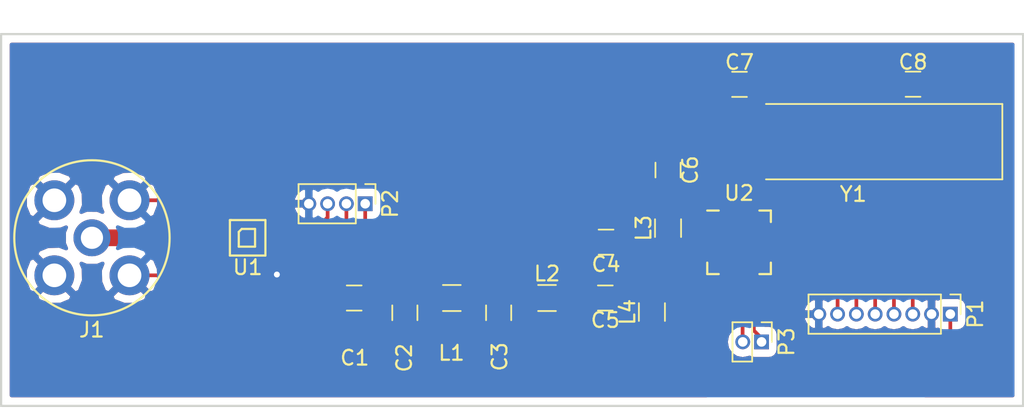
<source format=kicad_pcb>
(kicad_pcb (version 4) (host pcbnew 4.0.4-stable)

  (general
    (links 49)
    (no_connects 0)
    (area 0 0 0 0)
    (thickness 1.6)
    (drawings 4)
    (tracks 153)
    (zones 0)
    (modules 19)
    (nets 24)
  )

  (page A4)
  (layers
    (0 F.Cu signal)
    (31 B.Cu signal)
    (32 B.Adhes user)
    (33 F.Adhes user)
    (34 B.Paste user)
    (35 F.Paste user)
    (36 B.SilkS user)
    (37 F.SilkS user)
    (38 B.Mask user)
    (39 F.Mask user)
    (40 Dwgs.User user)
    (41 Cmts.User user)
    (42 Eco1.User user)
    (43 Eco2.User user)
    (44 Edge.Cuts user)
    (45 Margin user)
    (46 B.CrtYd user)
    (47 F.CrtYd user)
    (48 B.Fab user)
    (49 F.Fab user)
  )

  (setup
    (last_trace_width 0.25)
    (user_trace_width 1.13)
    (trace_clearance 0.2)
    (zone_clearance 0.508)
    (zone_45_only no)
    (trace_min 0.2)
    (segment_width 0.2)
    (edge_width 0.15)
    (via_size 0.6)
    (via_drill 0.4)
    (via_min_size 0.4)
    (via_min_drill 0.3)
    (uvia_size 0.3)
    (uvia_drill 0.1)
    (uvias_allowed no)
    (uvia_min_size 0.2)
    (uvia_min_drill 0.1)
    (pcb_text_width 0.3)
    (pcb_text_size 1.5 1.5)
    (mod_edge_width 0.15)
    (mod_text_size 1 1)
    (mod_text_width 0.15)
    (pad_size 0.29 0.2)
    (pad_drill 0)
    (pad_to_mask_clearance 0.2)
    (aux_axis_origin 0 0)
    (visible_elements 7FFEFFFF)
    (pcbplotparams
      (layerselection 0x00030_80000001)
      (usegerberextensions false)
      (excludeedgelayer true)
      (linewidth 0.100000)
      (plotframeref false)
      (viasonmask false)
      (mode 1)
      (useauxorigin false)
      (hpglpennumber 1)
      (hpglpenspeed 20)
      (hpglpendiameter 15)
      (hpglpenoverlay 2)
      (psnegative false)
      (psa4output false)
      (plotreference true)
      (plotvalue true)
      (plotinvisibletext false)
      (padsonsilk false)
      (subtractmaskfromsilk false)
      (outputformat 1)
      (mirror false)
      (drillshape 1)
      (scaleselection 1)
      (outputdirectory ""))
  )

  (net 0 "")
  (net 1 "Net-(C1-Pad1)")
  (net 2 "Net-(C1-Pad2)")
  (net 3 GND)
  (net 4 "Net-(C3-Pad1)")
  (net 5 "Net-(C4-Pad1)")
  (net 6 "Net-(C4-Pad2)")
  (net 7 "Net-(C5-Pad1)")
  (net 8 "Net-(C5-Pad2)")
  (net 9 "Net-(C6-Pad2)")
  (net 10 "Net-(C7-Pad2)")
  (net 11 "Net-(C8-Pad2)")
  (net 12 "Net-(J1-Pad1)")
  (net 13 3V3)
  (net 14 nSEL)
  (net 15 SDI)
  (net 16 SDO)
  (net 17 SCLK)
  (net 18 nIRQ)
  (net 19 "Net-(P2-Pad2)")
  (net 20 "Net-(P2-Pad3)")
  (net 21 "Net-(P2-Pad1)")
  (net 22 "Net-(P3-Pad2)")
  (net 23 "Net-(P3-Pad1)")

  (net_class Default "This is the default net class."
    (clearance 0.2)
    (trace_width 0.25)
    (via_dia 0.6)
    (via_drill 0.4)
    (uvia_dia 0.3)
    (uvia_drill 0.1)
    (add_net 3V3)
    (add_net GND)
    (add_net "Net-(C1-Pad1)")
    (add_net "Net-(C1-Pad2)")
    (add_net "Net-(C3-Pad1)")
    (add_net "Net-(C4-Pad1)")
    (add_net "Net-(C4-Pad2)")
    (add_net "Net-(C5-Pad1)")
    (add_net "Net-(C5-Pad2)")
    (add_net "Net-(C6-Pad2)")
    (add_net "Net-(C7-Pad2)")
    (add_net "Net-(C8-Pad2)")
    (add_net "Net-(J1-Pad1)")
    (add_net "Net-(P2-Pad1)")
    (add_net "Net-(P2-Pad2)")
    (add_net "Net-(P2-Pad3)")
    (add_net "Net-(P3-Pad1)")
    (add_net "Net-(P3-Pad2)")
    (add_net SCLK)
    (add_net SDI)
    (add_net SDO)
    (add_net nIRQ)
    (add_net nSEL)
  )

  (module Resistors_SMD:R_0805 (layer F.Cu) (tedit 58AADA8F) (tstamp 58D2C733)
    (at 123.31 104.8)
    (descr "Resistor SMD 0805, reflow soldering, Vishay (see dcrcw.pdf)")
    (tags "resistor 0805")
    (path /58D2D1AF)
    (attr smd)
    (fp_text reference L2 (at 0 -1.65) (layer F.SilkS)
      (effects (font (size 1 1) (thickness 0.15)))
    )
    (fp_text value 23nH (at 0 1.75) (layer F.Fab)
      (effects (font (size 1 1) (thickness 0.15)))
    )
    (fp_text user %R (at 0 -1.65) (layer F.Fab)
      (effects (font (size 1 1) (thickness 0.15)))
    )
    (fp_line (start -1 0.62) (end -1 -0.62) (layer F.Fab) (width 0.1))
    (fp_line (start 1 0.62) (end -1 0.62) (layer F.Fab) (width 0.1))
    (fp_line (start 1 -0.62) (end 1 0.62) (layer F.Fab) (width 0.1))
    (fp_line (start -1 -0.62) (end 1 -0.62) (layer F.Fab) (width 0.1))
    (fp_line (start 0.6 0.88) (end -0.6 0.88) (layer F.SilkS) (width 0.12))
    (fp_line (start -0.6 -0.88) (end 0.6 -0.88) (layer F.SilkS) (width 0.12))
    (fp_line (start -1.55 -0.9) (end 1.55 -0.9) (layer F.CrtYd) (width 0.05))
    (fp_line (start -1.55 -0.9) (end -1.55 0.9) (layer F.CrtYd) (width 0.05))
    (fp_line (start 1.55 0.9) (end 1.55 -0.9) (layer F.CrtYd) (width 0.05))
    (fp_line (start 1.55 0.9) (end -1.55 0.9) (layer F.CrtYd) (width 0.05))
    (pad 1 smd rect (at -0.95 0) (size 0.7 1.3) (layers F.Cu F.Paste F.Mask)
      (net 4 "Net-(C3-Pad1)"))
    (pad 2 smd rect (at 0.95 0) (size 0.7 1.3) (layers F.Cu F.Paste F.Mask)
      (net 8 "Net-(C5-Pad2)"))
    (model Resistors_SMD.3dshapes/R_0805.wrl
      (at (xyz 0 0 0))
      (scale (xyz 1 1 1))
      (rotate (xyz 0 0 0))
    )
  )

  (module Capacitors_SMD:C_0805 (layer F.Cu) (tedit 58D2CBF7) (tstamp 58D2C6F4)
    (at 110.275 104.8 180)
    (descr "Capacitor SMD 0805, reflow soldering, AVX (see smccp.pdf)")
    (tags "capacitor 0805")
    (path /58D2D245)
    (attr smd)
    (fp_text reference C1 (at -0.035 -4.05 180) (layer F.SilkS)
      (effects (font (size 1 1) (thickness 0.15)))
    )
    (fp_text value 100nF (at 0 1.75 180) (layer F.Fab)
      (effects (font (size 1 1) (thickness 0.15)))
    )
    (fp_text user %R (at 0 -1.5 180) (layer F.Fab)
      (effects (font (size 1 1) (thickness 0.15)))
    )
    (fp_line (start -1 0.62) (end -1 -0.62) (layer F.Fab) (width 0.1))
    (fp_line (start 1 0.62) (end -1 0.62) (layer F.Fab) (width 0.1))
    (fp_line (start 1 -0.62) (end 1 0.62) (layer F.Fab) (width 0.1))
    (fp_line (start -1 -0.62) (end 1 -0.62) (layer F.Fab) (width 0.1))
    (fp_line (start 0.5 -0.85) (end -0.5 -0.85) (layer F.SilkS) (width 0.12))
    (fp_line (start -0.5 0.85) (end 0.5 0.85) (layer F.SilkS) (width 0.12))
    (fp_line (start -1.75 -0.88) (end 1.75 -0.88) (layer F.CrtYd) (width 0.05))
    (fp_line (start -1.75 -0.88) (end -1.75 0.87) (layer F.CrtYd) (width 0.05))
    (fp_line (start 1.75 0.87) (end 1.75 -0.88) (layer F.CrtYd) (width 0.05))
    (fp_line (start 1.75 0.87) (end -1.75 0.87) (layer F.CrtYd) (width 0.05))
    (pad 1 smd rect (at -1 0 180) (size 1 1.25) (layers F.Cu F.Paste F.Mask)
      (net 1 "Net-(C1-Pad1)"))
    (pad 2 smd rect (at 1 0 180) (size 1 1.25) (layers F.Cu F.Paste F.Mask)
      (net 2 "Net-(C1-Pad2)"))
    (model Capacitors_SMD.3dshapes/C_0805.wrl
      (at (xyz 0 0 0))
      (scale (xyz 1 1 1))
      (rotate (xyz 0 0 0))
    )
  )

  (module Capacitors_SMD:C_0805 (layer F.Cu) (tedit 58D2CBED) (tstamp 58D2C6FA)
    (at 113.7 105.8 270)
    (descr "Capacitor SMD 0805, reflow soldering, AVX (see smccp.pdf)")
    (tags "capacitor 0805")
    (path /58D2D41E)
    (attr smd)
    (fp_text reference C2 (at 3.05 0.04 270) (layer F.SilkS)
      (effects (font (size 1 1) (thickness 0.15)))
    )
    (fp_text value 5.6pF (at 0 1.75 270) (layer F.Fab)
      (effects (font (size 1 1) (thickness 0.15)))
    )
    (fp_text user %R (at 0 -1.5 270) (layer F.Fab)
      (effects (font (size 1 1) (thickness 0.15)))
    )
    (fp_line (start -1 0.62) (end -1 -0.62) (layer F.Fab) (width 0.1))
    (fp_line (start 1 0.62) (end -1 0.62) (layer F.Fab) (width 0.1))
    (fp_line (start 1 -0.62) (end 1 0.62) (layer F.Fab) (width 0.1))
    (fp_line (start -1 -0.62) (end 1 -0.62) (layer F.Fab) (width 0.1))
    (fp_line (start 0.5 -0.85) (end -0.5 -0.85) (layer F.SilkS) (width 0.12))
    (fp_line (start -0.5 0.85) (end 0.5 0.85) (layer F.SilkS) (width 0.12))
    (fp_line (start -1.75 -0.88) (end 1.75 -0.88) (layer F.CrtYd) (width 0.05))
    (fp_line (start -1.75 -0.88) (end -1.75 0.87) (layer F.CrtYd) (width 0.05))
    (fp_line (start 1.75 0.87) (end 1.75 -0.88) (layer F.CrtYd) (width 0.05))
    (fp_line (start 1.75 0.87) (end -1.75 0.87) (layer F.CrtYd) (width 0.05))
    (pad 1 smd rect (at -1 0 270) (size 1 1.25) (layers F.Cu F.Paste F.Mask)
      (net 1 "Net-(C1-Pad1)"))
    (pad 2 smd rect (at 1 0 270) (size 1 1.25) (layers F.Cu F.Paste F.Mask)
      (net 3 GND))
    (model Capacitors_SMD.3dshapes/C_0805.wrl
      (at (xyz 0 0 0))
      (scale (xyz 1 1 1))
      (rotate (xyz 0 0 0))
    )
  )

  (module Capacitors_SMD:C_0805 (layer F.Cu) (tedit 58D2CBFD) (tstamp 58D2C700)
    (at 120.04 105.8 270)
    (descr "Capacitor SMD 0805, reflow soldering, AVX (see smccp.pdf)")
    (tags "capacitor 0805")
    (path /58D2D45A)
    (attr smd)
    (fp_text reference C3 (at 2.975 -0.065 270) (layer F.SilkS)
      (effects (font (size 1 1) (thickness 0.15)))
    )
    (fp_text value 5.6pF (at 0 1.75 270) (layer F.Fab)
      (effects (font (size 1 1) (thickness 0.15)))
    )
    (fp_text user %R (at 0 -1.5 270) (layer F.Fab)
      (effects (font (size 1 1) (thickness 0.15)))
    )
    (fp_line (start -1 0.62) (end -1 -0.62) (layer F.Fab) (width 0.1))
    (fp_line (start 1 0.62) (end -1 0.62) (layer F.Fab) (width 0.1))
    (fp_line (start 1 -0.62) (end 1 0.62) (layer F.Fab) (width 0.1))
    (fp_line (start -1 -0.62) (end 1 -0.62) (layer F.Fab) (width 0.1))
    (fp_line (start 0.5 -0.85) (end -0.5 -0.85) (layer F.SilkS) (width 0.12))
    (fp_line (start -0.5 0.85) (end 0.5 0.85) (layer F.SilkS) (width 0.12))
    (fp_line (start -1.75 -0.88) (end 1.75 -0.88) (layer F.CrtYd) (width 0.05))
    (fp_line (start -1.75 -0.88) (end -1.75 0.87) (layer F.CrtYd) (width 0.05))
    (fp_line (start 1.75 0.87) (end 1.75 -0.88) (layer F.CrtYd) (width 0.05))
    (fp_line (start 1.75 0.87) (end -1.75 0.87) (layer F.CrtYd) (width 0.05))
    (pad 1 smd rect (at -1 0 270) (size 1 1.25) (layers F.Cu F.Paste F.Mask)
      (net 4 "Net-(C3-Pad1)"))
    (pad 2 smd rect (at 1 0 270) (size 1 1.25) (layers F.Cu F.Paste F.Mask)
      (net 3 GND))
    (model Capacitors_SMD.3dshapes/C_0805.wrl
      (at (xyz 0 0 0))
      (scale (xyz 1 1 1))
      (rotate (xyz 0 0 0))
    )
  )

  (module Capacitors_SMD:C_0805 (layer F.Cu) (tedit 58AA8463) (tstamp 58D2C706)
    (at 127.3 101.02 180)
    (descr "Capacitor SMD 0805, reflow soldering, AVX (see smccp.pdf)")
    (tags "capacitor 0805")
    (path /58D2CACB)
    (attr smd)
    (fp_text reference C4 (at 0 -1.5 180) (layer F.SilkS)
      (effects (font (size 1 1) (thickness 0.15)))
    )
    (fp_text value 10nF (at 0 1.75 180) (layer F.Fab)
      (effects (font (size 1 1) (thickness 0.15)))
    )
    (fp_text user %R (at 0 -1.5 180) (layer F.Fab)
      (effects (font (size 1 1) (thickness 0.15)))
    )
    (fp_line (start -1 0.62) (end -1 -0.62) (layer F.Fab) (width 0.1))
    (fp_line (start 1 0.62) (end -1 0.62) (layer F.Fab) (width 0.1))
    (fp_line (start 1 -0.62) (end 1 0.62) (layer F.Fab) (width 0.1))
    (fp_line (start -1 -0.62) (end 1 -0.62) (layer F.Fab) (width 0.1))
    (fp_line (start 0.5 -0.85) (end -0.5 -0.85) (layer F.SilkS) (width 0.12))
    (fp_line (start -0.5 0.85) (end 0.5 0.85) (layer F.SilkS) (width 0.12))
    (fp_line (start -1.75 -0.88) (end 1.75 -0.88) (layer F.CrtYd) (width 0.05))
    (fp_line (start -1.75 -0.88) (end -1.75 0.87) (layer F.CrtYd) (width 0.05))
    (fp_line (start 1.75 0.87) (end 1.75 -0.88) (layer F.CrtYd) (width 0.05))
    (fp_line (start 1.75 0.87) (end -1.75 0.87) (layer F.CrtYd) (width 0.05))
    (pad 1 smd rect (at -1 0 180) (size 1 1.25) (layers F.Cu F.Paste F.Mask)
      (net 5 "Net-(C4-Pad1)"))
    (pad 2 smd rect (at 1 0 180) (size 1 1.25) (layers F.Cu F.Paste F.Mask)
      (net 6 "Net-(C4-Pad2)"))
    (model Capacitors_SMD.3dshapes/C_0805.wrl
      (at (xyz 0 0 0))
      (scale (xyz 1 1 1))
      (rotate (xyz 0 0 0))
    )
  )

  (module Capacitors_SMD:C_0805 (layer F.Cu) (tedit 58AA8463) (tstamp 58D2C70C)
    (at 127.25 104.8 180)
    (descr "Capacitor SMD 0805, reflow soldering, AVX (see smccp.pdf)")
    (tags "capacitor 0805")
    (path /58D2D132)
    (attr smd)
    (fp_text reference C5 (at 0 -1.5 180) (layer F.SilkS)
      (effects (font (size 1 1) (thickness 0.15)))
    )
    (fp_text value 10nF (at 0 1.75 180) (layer F.Fab)
      (effects (font (size 1 1) (thickness 0.15)))
    )
    (fp_text user %R (at 0 -1.5 180) (layer F.Fab)
      (effects (font (size 1 1) (thickness 0.15)))
    )
    (fp_line (start -1 0.62) (end -1 -0.62) (layer F.Fab) (width 0.1))
    (fp_line (start 1 0.62) (end -1 0.62) (layer F.Fab) (width 0.1))
    (fp_line (start 1 -0.62) (end 1 0.62) (layer F.Fab) (width 0.1))
    (fp_line (start -1 -0.62) (end 1 -0.62) (layer F.Fab) (width 0.1))
    (fp_line (start 0.5 -0.85) (end -0.5 -0.85) (layer F.SilkS) (width 0.12))
    (fp_line (start -0.5 0.85) (end 0.5 0.85) (layer F.SilkS) (width 0.12))
    (fp_line (start -1.75 -0.88) (end 1.75 -0.88) (layer F.CrtYd) (width 0.05))
    (fp_line (start -1.75 -0.88) (end -1.75 0.87) (layer F.CrtYd) (width 0.05))
    (fp_line (start 1.75 0.87) (end 1.75 -0.88) (layer F.CrtYd) (width 0.05))
    (fp_line (start 1.75 0.87) (end -1.75 0.87) (layer F.CrtYd) (width 0.05))
    (pad 1 smd rect (at -1 0 180) (size 1 1.25) (layers F.Cu F.Paste F.Mask)
      (net 7 "Net-(C5-Pad1)"))
    (pad 2 smd rect (at 1 0 180) (size 1 1.25) (layers F.Cu F.Paste F.Mask)
      (net 8 "Net-(C5-Pad2)"))
    (model Capacitors_SMD.3dshapes/C_0805.wrl
      (at (xyz 0 0 0))
      (scale (xyz 1 1 1))
      (rotate (xyz 0 0 0))
    )
  )

  (module Capacitors_SMD:C_0805 (layer F.Cu) (tedit 58AA8463) (tstamp 58D2C712)
    (at 131.49 96.14 270)
    (descr "Capacitor SMD 0805, reflow soldering, AVX (see smccp.pdf)")
    (tags "capacitor 0805")
    (path /58D2CC2C)
    (attr smd)
    (fp_text reference C6 (at 0 -1.5 270) (layer F.SilkS)
      (effects (font (size 1 1) (thickness 0.15)))
    )
    (fp_text value 10nF (at 0 1.75 270) (layer F.Fab)
      (effects (font (size 1 1) (thickness 0.15)))
    )
    (fp_text user %R (at 0 -1.5 270) (layer F.Fab)
      (effects (font (size 1 1) (thickness 0.15)))
    )
    (fp_line (start -1 0.62) (end -1 -0.62) (layer F.Fab) (width 0.1))
    (fp_line (start 1 0.62) (end -1 0.62) (layer F.Fab) (width 0.1))
    (fp_line (start 1 -0.62) (end 1 0.62) (layer F.Fab) (width 0.1))
    (fp_line (start -1 -0.62) (end 1 -0.62) (layer F.Fab) (width 0.1))
    (fp_line (start 0.5 -0.85) (end -0.5 -0.85) (layer F.SilkS) (width 0.12))
    (fp_line (start -0.5 0.85) (end 0.5 0.85) (layer F.SilkS) (width 0.12))
    (fp_line (start -1.75 -0.88) (end 1.75 -0.88) (layer F.CrtYd) (width 0.05))
    (fp_line (start -1.75 -0.88) (end -1.75 0.87) (layer F.CrtYd) (width 0.05))
    (fp_line (start 1.75 0.87) (end 1.75 -0.88) (layer F.CrtYd) (width 0.05))
    (fp_line (start 1.75 0.87) (end -1.75 0.87) (layer F.CrtYd) (width 0.05))
    (pad 1 smd rect (at -1 0 270) (size 1 1.25) (layers F.Cu F.Paste F.Mask)
      (net 3 GND))
    (pad 2 smd rect (at 1 0 270) (size 1 1.25) (layers F.Cu F.Paste F.Mask)
      (net 9 "Net-(C6-Pad2)"))
    (model Capacitors_SMD.3dshapes/C_0805.wrl
      (at (xyz 0 0 0))
      (scale (xyz 1 1 1))
      (rotate (xyz 0 0 0))
    )
  )

  (module Capacitors_SMD:C_0805 (layer F.Cu) (tedit 58AA8463) (tstamp 58D2C718)
    (at 136.32 90.34)
    (descr "Capacitor SMD 0805, reflow soldering, AVX (see smccp.pdf)")
    (tags "capacitor 0805")
    (path /58D2ECEF)
    (attr smd)
    (fp_text reference C7 (at 0 -1.5) (layer F.SilkS)
      (effects (font (size 1 1) (thickness 0.15)))
    )
    (fp_text value 20pF (at 0 1.75) (layer F.Fab)
      (effects (font (size 1 1) (thickness 0.15)))
    )
    (fp_text user %R (at 0 -1.5) (layer F.Fab)
      (effects (font (size 1 1) (thickness 0.15)))
    )
    (fp_line (start -1 0.62) (end -1 -0.62) (layer F.Fab) (width 0.1))
    (fp_line (start 1 0.62) (end -1 0.62) (layer F.Fab) (width 0.1))
    (fp_line (start 1 -0.62) (end 1 0.62) (layer F.Fab) (width 0.1))
    (fp_line (start -1 -0.62) (end 1 -0.62) (layer F.Fab) (width 0.1))
    (fp_line (start 0.5 -0.85) (end -0.5 -0.85) (layer F.SilkS) (width 0.12))
    (fp_line (start -0.5 0.85) (end 0.5 0.85) (layer F.SilkS) (width 0.12))
    (fp_line (start -1.75 -0.88) (end 1.75 -0.88) (layer F.CrtYd) (width 0.05))
    (fp_line (start -1.75 -0.88) (end -1.75 0.87) (layer F.CrtYd) (width 0.05))
    (fp_line (start 1.75 0.87) (end 1.75 -0.88) (layer F.CrtYd) (width 0.05))
    (fp_line (start 1.75 0.87) (end -1.75 0.87) (layer F.CrtYd) (width 0.05))
    (pad 1 smd rect (at -1 0) (size 1 1.25) (layers F.Cu F.Paste F.Mask)
      (net 3 GND))
    (pad 2 smd rect (at 1 0) (size 1 1.25) (layers F.Cu F.Paste F.Mask)
      (net 10 "Net-(C7-Pad2)"))
    (model Capacitors_SMD.3dshapes/C_0805.wrl
      (at (xyz 0 0 0))
      (scale (xyz 1 1 1))
      (rotate (xyz 0 0 0))
    )
  )

  (module Capacitors_SMD:C_0805 (layer F.Cu) (tedit 58AA8463) (tstamp 58D2C71E)
    (at 148.05 90.33)
    (descr "Capacitor SMD 0805, reflow soldering, AVX (see smccp.pdf)")
    (tags "capacitor 0805")
    (path /58D2EC78)
    (attr smd)
    (fp_text reference C8 (at 0 -1.5) (layer F.SilkS)
      (effects (font (size 1 1) (thickness 0.15)))
    )
    (fp_text value 20pF (at 0 1.75) (layer F.Fab)
      (effects (font (size 1 1) (thickness 0.15)))
    )
    (fp_text user %R (at 0 -1.5) (layer F.Fab)
      (effects (font (size 1 1) (thickness 0.15)))
    )
    (fp_line (start -1 0.62) (end -1 -0.62) (layer F.Fab) (width 0.1))
    (fp_line (start 1 0.62) (end -1 0.62) (layer F.Fab) (width 0.1))
    (fp_line (start 1 -0.62) (end 1 0.62) (layer F.Fab) (width 0.1))
    (fp_line (start -1 -0.62) (end 1 -0.62) (layer F.Fab) (width 0.1))
    (fp_line (start 0.5 -0.85) (end -0.5 -0.85) (layer F.SilkS) (width 0.12))
    (fp_line (start -0.5 0.85) (end 0.5 0.85) (layer F.SilkS) (width 0.12))
    (fp_line (start -1.75 -0.88) (end 1.75 -0.88) (layer F.CrtYd) (width 0.05))
    (fp_line (start -1.75 -0.88) (end -1.75 0.87) (layer F.CrtYd) (width 0.05))
    (fp_line (start 1.75 0.87) (end 1.75 -0.88) (layer F.CrtYd) (width 0.05))
    (fp_line (start 1.75 0.87) (end -1.75 0.87) (layer F.CrtYd) (width 0.05))
    (pad 1 smd rect (at -1 0) (size 1 1.25) (layers F.Cu F.Paste F.Mask)
      (net 3 GND))
    (pad 2 smd rect (at 1 0) (size 1 1.25) (layers F.Cu F.Paste F.Mask)
      (net 11 "Net-(C8-Pad2)"))
    (model Capacitors_SMD.3dshapes/C_0805.wrl
      (at (xyz 0 0 0))
      (scale (xyz 1 1 1))
      (rotate (xyz 0 0 0))
    )
  )

  (module RFBRD:SMA_CONN (layer F.Cu) (tedit 58D2CBE5) (tstamp 58D2C727)
    (at 92.55 100.725)
    (path /58D03EE8)
    (fp_text reference J1 (at -0.01 6.225) (layer F.SilkS)
      (effects (font (size 1 1) (thickness 0.15)))
    )
    (fp_text value SMACONN (at 11.43 -7.62) (layer F.Fab)
      (effects (font (size 1 1) (thickness 0.15)))
    )
    (fp_circle (center 0 0) (end 5.25 0) (layer F.SilkS) (width 0.15))
    (pad 1 thru_hole circle (at 0 0) (size 2.5 2.5) (drill 1.5) (layers *.Cu *.Mask)
      (net 12 "Net-(J1-Pad1)"))
    (pad 2 thru_hole circle (at 2.54 -2.54) (size 2.7 2.7) (drill 1.6) (layers *.Cu *.Mask)
      (net 3 GND))
    (pad 2 thru_hole circle (at 2.54 2.54) (size 2.7 2.7) (drill 1.6) (layers *.Cu *.Mask)
      (net 3 GND))
    (pad 2 thru_hole circle (at -2.54 2.54) (size 2.7 2.7) (drill 1.6) (layers *.Cu *.Mask)
      (net 3 GND))
    (pad 2 thru_hole circle (at -2.54 -2.54) (size 2.7 2.7) (drill 1.6) (layers *.Cu *.Mask)
      (net 3 GND))
  )

  (module Resistors_SMD:R_0805 (layer F.Cu) (tedit 58D2CBF2) (tstamp 58D2C72D)
    (at 116.875 104.8)
    (descr "Resistor SMD 0805, reflow soldering, Vishay (see dcrcw.pdf)")
    (tags "resistor 0805")
    (path /58D2D208)
    (attr smd)
    (fp_text reference L1 (at -0.025 3.72) (layer F.SilkS)
      (effects (font (size 1 1) (thickness 0.15)))
    )
    (fp_text value 43nH (at 0 1.75) (layer F.Fab)
      (effects (font (size 1 1) (thickness 0.15)))
    )
    (fp_text user %R (at 0 -1.65) (layer F.Fab)
      (effects (font (size 1 1) (thickness 0.15)))
    )
    (fp_line (start -1 0.62) (end -1 -0.62) (layer F.Fab) (width 0.1))
    (fp_line (start 1 0.62) (end -1 0.62) (layer F.Fab) (width 0.1))
    (fp_line (start 1 -0.62) (end 1 0.62) (layer F.Fab) (width 0.1))
    (fp_line (start -1 -0.62) (end 1 -0.62) (layer F.Fab) (width 0.1))
    (fp_line (start 0.6 0.88) (end -0.6 0.88) (layer F.SilkS) (width 0.12))
    (fp_line (start -0.6 -0.88) (end 0.6 -0.88) (layer F.SilkS) (width 0.12))
    (fp_line (start -1.55 -0.9) (end 1.55 -0.9) (layer F.CrtYd) (width 0.05))
    (fp_line (start -1.55 -0.9) (end -1.55 0.9) (layer F.CrtYd) (width 0.05))
    (fp_line (start 1.55 0.9) (end 1.55 -0.9) (layer F.CrtYd) (width 0.05))
    (fp_line (start 1.55 0.9) (end -1.55 0.9) (layer F.CrtYd) (width 0.05))
    (pad 1 smd rect (at -0.95 0) (size 0.7 1.3) (layers F.Cu F.Paste F.Mask)
      (net 1 "Net-(C1-Pad1)"))
    (pad 2 smd rect (at 0.95 0) (size 0.7 1.3) (layers F.Cu F.Paste F.Mask)
      (net 4 "Net-(C3-Pad1)"))
    (model Resistors_SMD.3dshapes/R_0805.wrl
      (at (xyz 0 0 0))
      (scale (xyz 1 1 1))
      (rotate (xyz 0 0 0))
    )
  )

  (module Resistors_SMD:R_0805 (layer F.Cu) (tedit 58AADA8F) (tstamp 58D2C739)
    (at 131.49 100.07 90)
    (descr "Resistor SMD 0805, reflow soldering, Vishay (see dcrcw.pdf)")
    (tags "resistor 0805")
    (path /58D2CB7C)
    (attr smd)
    (fp_text reference L3 (at 0 -1.65 90) (layer F.SilkS)
      (effects (font (size 1 1) (thickness 0.15)))
    )
    (fp_text value 43nH (at 0 1.75 90) (layer F.Fab)
      (effects (font (size 1 1) (thickness 0.15)))
    )
    (fp_text user %R (at 0 -1.65 90) (layer F.Fab)
      (effects (font (size 1 1) (thickness 0.15)))
    )
    (fp_line (start -1 0.62) (end -1 -0.62) (layer F.Fab) (width 0.1))
    (fp_line (start 1 0.62) (end -1 0.62) (layer F.Fab) (width 0.1))
    (fp_line (start 1 -0.62) (end 1 0.62) (layer F.Fab) (width 0.1))
    (fp_line (start -1 -0.62) (end 1 -0.62) (layer F.Fab) (width 0.1))
    (fp_line (start 0.6 0.88) (end -0.6 0.88) (layer F.SilkS) (width 0.12))
    (fp_line (start -0.6 -0.88) (end 0.6 -0.88) (layer F.SilkS) (width 0.12))
    (fp_line (start -1.55 -0.9) (end 1.55 -0.9) (layer F.CrtYd) (width 0.05))
    (fp_line (start -1.55 -0.9) (end -1.55 0.9) (layer F.CrtYd) (width 0.05))
    (fp_line (start 1.55 0.9) (end 1.55 -0.9) (layer F.CrtYd) (width 0.05))
    (fp_line (start 1.55 0.9) (end -1.55 0.9) (layer F.CrtYd) (width 0.05))
    (pad 1 smd rect (at -0.95 0 90) (size 0.7 1.3) (layers F.Cu F.Paste F.Mask)
      (net 5 "Net-(C4-Pad1)"))
    (pad 2 smd rect (at 0.95 0 90) (size 0.7 1.3) (layers F.Cu F.Paste F.Mask)
      (net 9 "Net-(C6-Pad2)"))
    (model Resistors_SMD.3dshapes/R_0805.wrl
      (at (xyz 0 0 0))
      (scale (xyz 1 1 1))
      (rotate (xyz 0 0 0))
    )
  )

  (module Resistors_SMD:R_0805 (layer F.Cu) (tedit 58AADA8F) (tstamp 58D2C73F)
    (at 130.4 105.75 90)
    (descr "Resistor SMD 0805, reflow soldering, Vishay (see dcrcw.pdf)")
    (tags "resistor 0805")
    (path /58D2CF6E)
    (attr smd)
    (fp_text reference L4 (at 0 -1.65 90) (layer F.SilkS)
      (effects (font (size 1 1) (thickness 0.15)))
    )
    (fp_text value 100nH (at 0 1.75 90) (layer F.Fab)
      (effects (font (size 1 1) (thickness 0.15)))
    )
    (fp_text user %R (at 0 -1.65 90) (layer F.Fab)
      (effects (font (size 1 1) (thickness 0.15)))
    )
    (fp_line (start -1 0.62) (end -1 -0.62) (layer F.Fab) (width 0.1))
    (fp_line (start 1 0.62) (end -1 0.62) (layer F.Fab) (width 0.1))
    (fp_line (start 1 -0.62) (end 1 0.62) (layer F.Fab) (width 0.1))
    (fp_line (start -1 -0.62) (end 1 -0.62) (layer F.Fab) (width 0.1))
    (fp_line (start 0.6 0.88) (end -0.6 0.88) (layer F.SilkS) (width 0.12))
    (fp_line (start -0.6 -0.88) (end 0.6 -0.88) (layer F.SilkS) (width 0.12))
    (fp_line (start -1.55 -0.9) (end 1.55 -0.9) (layer F.CrtYd) (width 0.05))
    (fp_line (start -1.55 -0.9) (end -1.55 0.9) (layer F.CrtYd) (width 0.05))
    (fp_line (start 1.55 0.9) (end 1.55 -0.9) (layer F.CrtYd) (width 0.05))
    (fp_line (start 1.55 0.9) (end -1.55 0.9) (layer F.CrtYd) (width 0.05))
    (pad 1 smd rect (at -0.95 0 90) (size 0.7 1.3) (layers F.Cu F.Paste F.Mask)
      (net 13 3V3))
    (pad 2 smd rect (at 0.95 0 90) (size 0.7 1.3) (layers F.Cu F.Paste F.Mask)
      (net 7 "Net-(C5-Pad1)"))
    (model Resistors_SMD.3dshapes/R_0805.wrl
      (at (xyz 0 0 0))
      (scale (xyz 1 1 1))
      (rotate (xyz 0 0 0))
    )
  )

  (module Pin_Headers:Pin_Header_Straight_1x08_Pitch1.27mm (layer F.Cu) (tedit 58CD4ED1) (tstamp 58D2C74B)
    (at 150.57 105.89 270)
    (descr "Through hole straight pin header, 1x08, 1.27mm pitch, single row")
    (tags "Through hole pin header THT 1x08 1.27mm single row")
    (path /58D2D755)
    (fp_text reference P1 (at 0 -1.695 270) (layer F.SilkS)
      (effects (font (size 1 1) (thickness 0.15)))
    )
    (fp_text value CONN_01X08 (at 0 10.585 270) (layer F.Fab)
      (effects (font (size 1 1) (thickness 0.15)))
    )
    (fp_line (start -1.27 -0.635) (end -1.27 9.525) (layer F.Fab) (width 0.1))
    (fp_line (start -1.27 9.525) (end 1.27 9.525) (layer F.Fab) (width 0.1))
    (fp_line (start 1.27 9.525) (end 1.27 -0.635) (layer F.Fab) (width 0.1))
    (fp_line (start 1.27 -0.635) (end -1.27 -0.635) (layer F.Fab) (width 0.1))
    (fp_line (start -1.33 0.635) (end -1.33 9.585) (layer F.SilkS) (width 0.12))
    (fp_line (start -1.33 9.585) (end 1.33 9.585) (layer F.SilkS) (width 0.12))
    (fp_line (start 1.33 9.585) (end 1.33 0.635) (layer F.SilkS) (width 0.12))
    (fp_line (start 1.33 0.635) (end -1.33 0.635) (layer F.SilkS) (width 0.12))
    (fp_line (start -1.33 0) (end -1.33 -0.695) (layer F.SilkS) (width 0.12))
    (fp_line (start -1.33 -0.695) (end 0 -0.695) (layer F.SilkS) (width 0.12))
    (fp_line (start -1.8 -1.15) (end -1.8 10.05) (layer F.CrtYd) (width 0.05))
    (fp_line (start -1.8 10.05) (end 1.8 10.05) (layer F.CrtYd) (width 0.05))
    (fp_line (start 1.8 10.05) (end 1.8 -1.15) (layer F.CrtYd) (width 0.05))
    (fp_line (start 1.8 -1.15) (end -1.8 -1.15) (layer F.CrtYd) (width 0.05))
    (fp_text user %R (at 0 -1.695 270) (layer F.Fab)
      (effects (font (size 1 1) (thickness 0.15)))
    )
    (pad 1 thru_hole rect (at 0 0 270) (size 1 1) (drill 0.65) (layers *.Cu *.Mask)
      (net 13 3V3))
    (pad 2 thru_hole oval (at 0 1.27 270) (size 1 1) (drill 0.65) (layers *.Cu *.Mask)
      (net 3 GND))
    (pad 3 thru_hole oval (at 0 2.54 270) (size 1 1) (drill 0.65) (layers *.Cu *.Mask)
      (net 14 nSEL))
    (pad 4 thru_hole oval (at 0 3.81 270) (size 1 1) (drill 0.65) (layers *.Cu *.Mask)
      (net 15 SDI))
    (pad 5 thru_hole oval (at 0 5.08 270) (size 1 1) (drill 0.65) (layers *.Cu *.Mask)
      (net 16 SDO))
    (pad 6 thru_hole oval (at 0 6.35 270) (size 1 1) (drill 0.65) (layers *.Cu *.Mask)
      (net 17 SCLK))
    (pad 7 thru_hole oval (at 0 7.62 270) (size 1 1) (drill 0.65) (layers *.Cu *.Mask)
      (net 18 nIRQ))
    (pad 8 thru_hole oval (at 0 8.89 270) (size 1 1) (drill 0.65) (layers *.Cu *.Mask)
      (net 3 GND))
    (model ${KISYS3DMOD}/Pin_Headers.3dshapes/Pin_Header_Straight_1x08_Pitch1.27mm.wrl
      (at (xyz 0 0 0))
      (scale (xyz 1 1 1))
      (rotate (xyz 0 0 0))
    )
  )

  (module RFBRD:QFN_12_2mmx2mm_0.5PITCH (layer F.Cu) (tedit 58D2D1C7) (tstamp 58D2C75B)
    (at 103.075 100.725)
    (path /58D0451D)
    (fp_text reference U1 (at 0 2) (layer F.SilkS)
      (effects (font (size 1 1) (thickness 0.15)))
    )
    (fp_text value SKY13374 (at 0 -2) (layer F.Fab)
      (effects (font (size 1 1) (thickness 0.15)))
    )
    (fp_line (start 1.2 1.2) (end -1.2 1.2) (layer F.SilkS) (width 0.15))
    (fp_line (start -1.2 1.2) (end -1.2 -1.2) (layer F.SilkS) (width 0.15))
    (fp_line (start -1.2 -1.2) (end -1.1 -1.2) (layer F.SilkS) (width 0.15))
    (fp_line (start -1.1 -1.2) (end 1.2 -1.2) (layer F.SilkS) (width 0.15))
    (fp_line (start 1.2 -1.2) (end 1.2 1.2) (layer F.SilkS) (width 0.15))
    (fp_line (start -0.6 -0.4) (end -0.6 0.6) (layer F.SilkS) (width 0.15))
    (fp_line (start -0.6 0.6) (end 0.5 0.6) (layer F.SilkS) (width 0.15))
    (fp_line (start 0.5 0.6) (end 0.5 -0.6) (layer F.SilkS) (width 0.15))
    (fp_line (start 0.5 -0.6) (end -0.4 -0.6) (layer F.SilkS) (width 0.15))
    (fp_line (start -0.4 -0.6) (end -0.6 -0.4) (layer F.SilkS) (width 0.15))
    (pad 5 smd rect (at 0 0.9) (size 0.2 0.29) (layers F.Cu F.Paste F.Mask)
      (net 2 "Net-(C1-Pad2)"))
    (pad 11 smd rect (at 0 -0.9) (size 0.2 0.29) (layers F.Cu F.Paste F.Mask)
      (net 6 "Net-(C4-Pad2)"))
    (pad 8 smd rect (at 0.9 0) (size 0.29 0.2) (layers F.Cu F.Paste F.Mask)
      (net 19 "Net-(P2-Pad2)"))
    (pad 9 smd rect (at 0.9 -0.5) (size 0.29 0.2) (layers F.Cu F.Paste F.Mask)
      (net 20 "Net-(P2-Pad3)"))
    (pad 7 smd rect (at 0.9 0.5) (size 0.29 0.2) (layers F.Cu F.Paste F.Mask)
      (net 21 "Net-(P2-Pad1)"))
    (pad 3 smd rect (at -0.9 0.5) (size 0.29 0.2) (layers F.Cu F.Paste F.Mask)
      (net 3 GND))
    (pad 2 smd rect (at -0.9 0) (size 0.29 0.2) (layers F.Cu F.Paste F.Mask)
      (net 12 "Net-(J1-Pad1)"))
    (pad 1 smd rect (at -0.9 -0.5) (size 0.29 0.2) (layers F.Cu F.Paste F.Mask))
    (pad 6 smd rect (at 0.5 0.9) (size 0.2 0.29) (layers F.Cu F.Paste F.Mask)
      (net 3 GND))
    (pad 4 smd rect (at -0.5 0.9) (size 0.2 0.29) (layers F.Cu F.Paste F.Mask)
      (net 3 GND))
    (pad 12 smd rect (at -0.5 -0.9) (size 0.2 0.29) (layers F.Cu F.Paste F.Mask)
      (net 3 GND))
    (pad 10 smd rect (at 0.5 -0.9) (size 0.2 0.29) (layers F.Cu F.Paste F.Mask)
      (net 3 GND))
  )

  (module Housings_DFN_QFN:QFN-20-1EP_4x4mm_Pitch0.5mm (layer F.Cu) (tedit 54130A77) (tstamp 58D2C777)
    (at 136.29 101.03)
    (descr "20-Lead Plastic Quad Flat, No Lead Package (ML) - 4x4x0.9 mm Body [QFN]; (see Microchip Packaging Specification 00000049BS.pdf)")
    (tags "QFN 0.5")
    (path /58D0429B)
    (attr smd)
    (fp_text reference U2 (at 0 -3.33) (layer F.SilkS)
      (effects (font (size 1 1) (thickness 0.15)))
    )
    (fp_text value Si4464 (at 0 3.33) (layer F.Fab)
      (effects (font (size 1 1) (thickness 0.15)))
    )
    (fp_line (start -1 -2) (end 2 -2) (layer F.Fab) (width 0.15))
    (fp_line (start 2 -2) (end 2 2) (layer F.Fab) (width 0.15))
    (fp_line (start 2 2) (end -2 2) (layer F.Fab) (width 0.15))
    (fp_line (start -2 2) (end -2 -1) (layer F.Fab) (width 0.15))
    (fp_line (start -2 -1) (end -1 -2) (layer F.Fab) (width 0.15))
    (fp_line (start -2.6 -2.6) (end -2.6 2.6) (layer F.CrtYd) (width 0.05))
    (fp_line (start 2.6 -2.6) (end 2.6 2.6) (layer F.CrtYd) (width 0.05))
    (fp_line (start -2.6 -2.6) (end 2.6 -2.6) (layer F.CrtYd) (width 0.05))
    (fp_line (start -2.6 2.6) (end 2.6 2.6) (layer F.CrtYd) (width 0.05))
    (fp_line (start 2.15 -2.15) (end 2.15 -1.375) (layer F.SilkS) (width 0.15))
    (fp_line (start -2.15 2.15) (end -2.15 1.375) (layer F.SilkS) (width 0.15))
    (fp_line (start 2.15 2.15) (end 2.15 1.375) (layer F.SilkS) (width 0.15))
    (fp_line (start -2.15 -2.15) (end -1.375 -2.15) (layer F.SilkS) (width 0.15))
    (fp_line (start -2.15 2.15) (end -1.375 2.15) (layer F.SilkS) (width 0.15))
    (fp_line (start 2.15 2.15) (end 1.375 2.15) (layer F.SilkS) (width 0.15))
    (fp_line (start 2.15 -2.15) (end 1.375 -2.15) (layer F.SilkS) (width 0.15))
    (pad 1 smd rect (at -1.965 -1) (size 0.73 0.3) (layers F.Cu F.Paste F.Mask)
      (net 3 GND))
    (pad 2 smd rect (at -1.965 -0.5) (size 0.73 0.3) (layers F.Cu F.Paste F.Mask)
      (net 9 "Net-(C6-Pad2)"))
    (pad 3 smd rect (at -1.965 0) (size 0.73 0.3) (layers F.Cu F.Paste F.Mask)
      (net 5 "Net-(C4-Pad1)"))
    (pad 4 smd rect (at -1.965 0.5) (size 0.73 0.3) (layers F.Cu F.Paste F.Mask)
      (net 7 "Net-(C5-Pad1)"))
    (pad 5 smd rect (at -1.965 1) (size 0.73 0.3) (layers F.Cu F.Paste F.Mask))
    (pad 6 smd rect (at -1 1.965 90) (size 0.73 0.3) (layers F.Cu F.Paste F.Mask)
      (net 13 3V3))
    (pad 7 smd rect (at -0.5 1.965 90) (size 0.73 0.3) (layers F.Cu F.Paste F.Mask))
    (pad 8 smd rect (at 0 1.965 90) (size 0.73 0.3) (layers F.Cu F.Paste F.Mask)
      (net 13 3V3))
    (pad 9 smd rect (at 0.5 1.965 90) (size 0.73 0.3) (layers F.Cu F.Paste F.Mask)
      (net 22 "Net-(P3-Pad2)"))
    (pad 10 smd rect (at 1 1.965 90) (size 0.73 0.3) (layers F.Cu F.Paste F.Mask)
      (net 23 "Net-(P3-Pad1)"))
    (pad 11 smd rect (at 1.965 1) (size 0.73 0.3) (layers F.Cu F.Paste F.Mask)
      (net 18 nIRQ))
    (pad 12 smd rect (at 1.965 0.5) (size 0.73 0.3) (layers F.Cu F.Paste F.Mask)
      (net 17 SCLK))
    (pad 13 smd rect (at 1.965 0) (size 0.73 0.3) (layers F.Cu F.Paste F.Mask)
      (net 16 SDO))
    (pad 14 smd rect (at 1.965 -0.5) (size 0.73 0.3) (layers F.Cu F.Paste F.Mask)
      (net 15 SDI))
    (pad 15 smd rect (at 1.965 -1) (size 0.73 0.3) (layers F.Cu F.Paste F.Mask)
      (net 14 nSEL))
    (pad 16 smd rect (at 1 -1.965 90) (size 0.73 0.3) (layers F.Cu F.Paste F.Mask)
      (net 11 "Net-(C8-Pad2)"))
    (pad 17 smd rect (at 0.5 -1.965 90) (size 0.73 0.3) (layers F.Cu F.Paste F.Mask)
      (net 10 "Net-(C7-Pad2)"))
    (pad 18 smd rect (at 0 -1.965 90) (size 0.73 0.3) (layers F.Cu F.Paste F.Mask)
      (net 3 GND))
    (pad 19 smd rect (at -0.5 -1.965 90) (size 0.73 0.3) (layers F.Cu F.Paste F.Mask))
    (pad 20 smd rect (at -1 -1.965 90) (size 0.73 0.3) (layers F.Cu F.Paste F.Mask))
    (pad 21 smd rect (at 0.625 0.625) (size 1.25 1.25) (layers F.Cu F.Paste F.Mask)
      (solder_paste_margin_ratio -0.2))
    (pad 21 smd rect (at 0.625 -0.625) (size 1.25 1.25) (layers F.Cu F.Paste F.Mask)
      (solder_paste_margin_ratio -0.2))
    (pad 21 smd rect (at -0.625 0.625) (size 1.25 1.25) (layers F.Cu F.Paste F.Mask)
      (solder_paste_margin_ratio -0.2))
    (pad 21 smd rect (at -0.625 -0.625) (size 1.25 1.25) (layers F.Cu F.Paste F.Mask)
      (solder_paste_margin_ratio -0.2))
    (model Housings_DFN_QFN.3dshapes/QFN-20-1EP_4x4mm_Pitch0.5mm.wrl
      (at (xyz 0 0 0))
      (scale (xyz 1 1 1))
      (rotate (xyz 0 0 0))
    )
  )

  (module Crystals:Crystal_SMD_HC49-SD_HandSoldering (layer F.Cu) (tedit 58CD2E9D) (tstamp 58D2C77D)
    (at 144.01 94.22 180)
    (descr "SMD Crystal HC-49-SD http://cdn-reichelt.de/documents/datenblatt/B400/xxx-HC49-SMD.pdf, hand-soldering, 11.4x4.7mm^2 package")
    (tags "SMD SMT crystal hand-soldering")
    (path /58D2EA57)
    (attr smd)
    (fp_text reference Y1 (at 0 -3.55 180) (layer F.SilkS)
      (effects (font (size 1 1) (thickness 0.15)))
    )
    (fp_text value 30MHz (at 0 3.55 180) (layer F.Fab)
      (effects (font (size 1 1) (thickness 0.15)))
    )
    (fp_text user %R (at 0 0 180) (layer F.Fab)
      (effects (font (size 1 1) (thickness 0.15)))
    )
    (fp_line (start -5.7 -2.35) (end -5.7 2.35) (layer F.Fab) (width 0.1))
    (fp_line (start -5.7 2.35) (end 5.7 2.35) (layer F.Fab) (width 0.1))
    (fp_line (start 5.7 2.35) (end 5.7 -2.35) (layer F.Fab) (width 0.1))
    (fp_line (start 5.7 -2.35) (end -5.7 -2.35) (layer F.Fab) (width 0.1))
    (fp_line (start -3.015 -2.115) (end 3.015 -2.115) (layer F.Fab) (width 0.1))
    (fp_line (start -3.015 2.115) (end 3.015 2.115) (layer F.Fab) (width 0.1))
    (fp_line (start 5.9 -2.55) (end -10.075 -2.55) (layer F.SilkS) (width 0.12))
    (fp_line (start -10.075 -2.55) (end -10.075 2.55) (layer F.SilkS) (width 0.12))
    (fp_line (start -10.075 2.55) (end 5.9 2.55) (layer F.SilkS) (width 0.12))
    (fp_line (start -10.2 -2.6) (end -10.2 2.6) (layer F.CrtYd) (width 0.05))
    (fp_line (start -10.2 2.6) (end 10.2 2.6) (layer F.CrtYd) (width 0.05))
    (fp_line (start 10.2 2.6) (end 10.2 -2.6) (layer F.CrtYd) (width 0.05))
    (fp_line (start 10.2 -2.6) (end -10.2 -2.6) (layer F.CrtYd) (width 0.05))
    (fp_arc (start -3.015 0) (end -3.015 -2.115) (angle -180) (layer F.Fab) (width 0.1))
    (fp_arc (start 3.015 0) (end 3.015 -2.115) (angle 180) (layer F.Fab) (width 0.1))
    (pad 1 smd rect (at -5.9375 0 180) (size 7.875 2) (layers F.Cu F.Paste F.Mask)
      (net 11 "Net-(C8-Pad2)"))
    (pad 2 smd rect (at 5.9375 0 180) (size 7.875 2) (layers F.Cu F.Paste F.Mask)
      (net 10 "Net-(C7-Pad2)"))
    (model ${KISYS3DMOD}/Crystals.3dshapes/Crystal_SMD_HC49-SD_HandSoldering.wrl
      (at (xyz 0 0 0))
      (scale (xyz 1 1 1))
      (rotate (xyz 0 0 0))
    )
  )

  (module Pin_Headers:Pin_Header_Straight_1x04_Pitch1.27mm (layer F.Cu) (tedit 58D2D382) (tstamp 58D2D38F)
    (at 111.02 98.42 270)
    (descr "Through hole straight pin header, 1x04, 1.27mm pitch, single row")
    (tags "Through hole pin header THT 1x04 1.27mm single row")
    (path /58D2D2E5)
    (fp_text reference P2 (at 0 -1.695 270) (layer F.SilkS)
      (effects (font (size 1 1) (thickness 0.15)))
    )
    (fp_text value CONN_01X04 (at -8.83 -1.08 270) (layer F.Fab)
      (effects (font (size 1 1) (thickness 0.15)))
    )
    (fp_line (start -1.27 -0.635) (end -1.27 4.445) (layer F.Fab) (width 0.1))
    (fp_line (start -1.27 4.445) (end 1.27 4.445) (layer F.Fab) (width 0.1))
    (fp_line (start 1.27 4.445) (end 1.27 -0.635) (layer F.Fab) (width 0.1))
    (fp_line (start 1.27 -0.635) (end -1.27 -0.635) (layer F.Fab) (width 0.1))
    (fp_line (start -1.33 0.635) (end -1.33 4.505) (layer F.SilkS) (width 0.12))
    (fp_line (start -1.33 4.505) (end 1.33 4.505) (layer F.SilkS) (width 0.12))
    (fp_line (start 1.33 4.505) (end 1.33 0.635) (layer F.SilkS) (width 0.12))
    (fp_line (start 1.33 0.635) (end -1.33 0.635) (layer F.SilkS) (width 0.12))
    (fp_line (start -1.33 0) (end -1.33 -0.695) (layer F.SilkS) (width 0.12))
    (fp_line (start -1.33 -0.695) (end 0 -0.695) (layer F.SilkS) (width 0.12))
    (fp_line (start -1.8 -1.15) (end -1.8 4.95) (layer F.CrtYd) (width 0.05))
    (fp_line (start -1.8 4.95) (end 1.8 4.95) (layer F.CrtYd) (width 0.05))
    (fp_line (start 1.8 4.95) (end 1.8 -1.15) (layer F.CrtYd) (width 0.05))
    (fp_line (start 1.8 -1.15) (end -1.8 -1.15) (layer F.CrtYd) (width 0.05))
    (fp_text user %R (at 0 -1.695 270) (layer F.Fab)
      (effects (font (size 1 1) (thickness 0.15)))
    )
    (pad 1 thru_hole rect (at 0 0 270) (size 1 1) (drill 0.65) (layers *.Cu *.Mask)
      (net 21 "Net-(P2-Pad1)"))
    (pad 2 thru_hole oval (at 0 1.27 270) (size 1 1) (drill 0.65) (layers *.Cu *.Mask)
      (net 19 "Net-(P2-Pad2)"))
    (pad 3 thru_hole oval (at 0 2.54 270) (size 1 1) (drill 0.65) (layers *.Cu *.Mask)
      (net 20 "Net-(P2-Pad3)"))
    (pad 4 thru_hole oval (at 0 3.81 270) (size 1 1) (drill 0.65) (layers *.Cu *.Mask)
      (net 3 GND))
    (model ${KISYS3DMOD}/Pin_Headers.3dshapes/Pin_Header_Straight_1x04_Pitch1.27mm.wrl
      (at (xyz 0 0 0))
      (scale (xyz 1 1 1))
      (rotate (xyz 0 0 0))
    )
  )

  (module Pin_Headers:Pin_Header_Straight_1x02_Pitch1.27mm (layer F.Cu) (tedit 58CD4ED0) (tstamp 58D2D395)
    (at 137.81 107.77 270)
    (descr "Through hole straight pin header, 1x02, 1.27mm pitch, single row")
    (tags "Through hole pin header THT 1x02 1.27mm single row")
    (path /58D2D752)
    (fp_text reference P3 (at 0 -1.695 270) (layer F.SilkS)
      (effects (font (size 1 1) (thickness 0.15)))
    )
    (fp_text value CONN_01X02 (at 0 2.965 270) (layer F.Fab)
      (effects (font (size 1 1) (thickness 0.15)))
    )
    (fp_line (start -1.27 -0.635) (end -1.27 1.905) (layer F.Fab) (width 0.1))
    (fp_line (start -1.27 1.905) (end 1.27 1.905) (layer F.Fab) (width 0.1))
    (fp_line (start 1.27 1.905) (end 1.27 -0.635) (layer F.Fab) (width 0.1))
    (fp_line (start 1.27 -0.635) (end -1.27 -0.635) (layer F.Fab) (width 0.1))
    (fp_line (start -1.33 0.635) (end -1.33 1.965) (layer F.SilkS) (width 0.12))
    (fp_line (start -1.33 1.965) (end 1.33 1.965) (layer F.SilkS) (width 0.12))
    (fp_line (start 1.33 1.965) (end 1.33 0.635) (layer F.SilkS) (width 0.12))
    (fp_line (start 1.33 0.635) (end -1.33 0.635) (layer F.SilkS) (width 0.12))
    (fp_line (start -1.33 0) (end -1.33 -0.695) (layer F.SilkS) (width 0.12))
    (fp_line (start -1.33 -0.695) (end 0 -0.695) (layer F.SilkS) (width 0.12))
    (fp_line (start -1.8 -1.15) (end -1.8 2.45) (layer F.CrtYd) (width 0.05))
    (fp_line (start -1.8 2.45) (end 1.8 2.45) (layer F.CrtYd) (width 0.05))
    (fp_line (start 1.8 2.45) (end 1.8 -1.15) (layer F.CrtYd) (width 0.05))
    (fp_line (start 1.8 -1.15) (end -1.8 -1.15) (layer F.CrtYd) (width 0.05))
    (fp_text user %R (at 0 -1.695 270) (layer F.Fab)
      (effects (font (size 1 1) (thickness 0.15)))
    )
    (pad 1 thru_hole rect (at 0 0 270) (size 1 1) (drill 0.65) (layers *.Cu *.Mask)
      (net 23 "Net-(P3-Pad1)"))
    (pad 2 thru_hole oval (at 0 1.27 270) (size 1 1) (drill 0.65) (layers *.Cu *.Mask)
      (net 22 "Net-(P3-Pad2)"))
    (model ${KISYS3DMOD}/Pin_Headers.3dshapes/Pin_Header_Straight_1x02_Pitch1.27mm.wrl
      (at (xyz 0 0 0))
      (scale (xyz 1 1 1))
      (rotate (xyz 0 0 0))
    )
  )

  (gr_line (start 155.49 86.94) (end 155.49 112.1) (angle 90) (layer Edge.Cuts) (width 0.15))
  (gr_line (start 86.41 86.94) (end 155.49 86.94) (angle 90) (layer Edge.Cuts) (width 0.15))
  (gr_line (start 86.41 112.1) (end 86.41 86.94) (angle 90) (layer Edge.Cuts) (width 0.15))
  (gr_line (start 155.49 112.1) (end 86.41 112.1) (angle 90) (layer Edge.Cuts) (width 0.15))

  (segment (start 115.925 104.8) (end 113.7 104.8) (width 1.13) (layer F.Cu) (net 1))
  (segment (start 111.275 104.8) (end 113.7 104.8) (width 1.13) (layer F.Cu) (net 1))
  (segment (start 103.075 102.8) (end 103.075 102.925) (width 1.13) (layer F.Cu) (net 2) (tstamp 58D2CB63))
  (segment (start 103.075 101.625) (end 103.075 102.8) (width 0.25) (layer F.Cu) (net 2))
  (segment (start 106.5 104.8) (end 109.275 104.8) (width 1.13) (layer F.Cu) (net 2) (tstamp 58D2CB98))
  (segment (start 105.825 104.8) (end 106.5 104.8) (width 1.13) (layer F.Cu) (net 2) (tstamp 58D2CB94))
  (segment (start 105.4 104.725) (end 105.825 104.8) (width 1.13) (layer F.Cu) (net 2) (tstamp 58D2CB91))
  (segment (start 104.95 104.65) (end 105.4 104.725) (width 1.13) (layer F.Cu) (net 2) (tstamp 58D2CB8E))
  (segment (start 104.4 104.5) (end 104.95 104.65) (width 1.13) (layer F.Cu) (net 2) (tstamp 58D2CB8C))
  (segment (start 103.925 104.25) (end 104.4 104.5) (width 1.13) (layer F.Cu) (net 2) (tstamp 58D2CB88))
  (segment (start 103.6 104.05) (end 103.925 104.25) (width 1.13) (layer F.Cu) (net 2) (tstamp 58D2CB83))
  (segment (start 103.4 103.85) (end 103.6 104.05) (width 1.13) (layer F.Cu) (net 2) (tstamp 58D2CB81))
  (segment (start 103.25 103.675) (end 103.4 103.85) (width 1.13) (layer F.Cu) (net 2) (tstamp 58D2CB7F))
  (segment (start 103.2 103.325) (end 103.25 103.675) (width 1.13) (layer F.Cu) (net 2) (tstamp 58D2CB7A))
  (segment (start 103.125 103.225) (end 103.2 103.325) (width 1.13) (layer F.Cu) (net 2) (tstamp 58D2CB77))
  (segment (start 103.1 103.125) (end 103.125 103.225) (width 1.13) (layer F.Cu) (net 2) (tstamp 58D2CB75))
  (segment (start 103.075 103.05) (end 103.1 103.125) (width 1.13) (layer F.Cu) (net 2) (tstamp 58D2CB72))
  (segment (start 103.075 102.925) (end 103.075 103.05) (width 1.13) (layer F.Cu) (net 2) (tstamp 58D2CB66))
  (segment (start 103.575 101.625) (end 103.575 101.735) (width 0.25) (layer F.Cu) (net 3) (status C00000))
  (segment (start 103.575 101.735) (end 105.05 103.21) (width 0.25) (layer F.Cu) (net 3) (tstamp 58D2D536) (status 400000))
  (via (at 105.05 103.21) (size 0.6) (drill 0.4) (layers F.Cu B.Cu) (net 3))
  (segment (start 105.05 103.21) (end 107.21 101.05) (width 0.25) (layer B.Cu) (net 3) (tstamp 58D2D53D))
  (segment (start 107.21 101.05) (end 107.21 98.42) (width 0.25) (layer B.Cu) (net 3) (tstamp 58D2D53E) (status 800000))
  (segment (start 102.175 101.225) (end 102.175 101.555) (width 0.25) (layer F.Cu) (net 3) (status 400000))
  (segment (start 102.175 101.555) (end 102.105 101.625) (width 0.25) (layer F.Cu) (net 3) (tstamp 58D2D529))
  (segment (start 102.575 101.625) (end 102.105 101.625) (width 0.25) (layer F.Cu) (net 3) (status 400000))
  (segment (start 100.465 103.265) (end 95.09 103.265) (width 0.25) (layer F.Cu) (net 3) (tstamp 58D2D520) (status 800000))
  (segment (start 102.105 101.625) (end 100.465 103.265) (width 0.25) (layer F.Cu) (net 3) (tstamp 58D2D51E))
  (segment (start 103.575 99.825) (end 103.575 99.565) (width 0.25) (layer F.Cu) (net 3) (status 400000))
  (segment (start 104.72 98.42) (end 107.21 98.42) (width 0.25) (layer F.Cu) (net 3) (tstamp 58D2D51A) (status 800000))
  (segment (start 103.575 99.565) (end 104.72 98.42) (width 0.25) (layer F.Cu) (net 3) (tstamp 58D2D516))
  (segment (start 95.09 98.185) (end 100.935 98.185) (width 0.25) (layer F.Cu) (net 3) (status 400000))
  (segment (start 100.935 98.185) (end 102.575 99.825) (width 0.25) (layer F.Cu) (net 3) (tstamp 58D2D50F) (status 800000))
  (segment (start 134.325 100.03) (end 134.325 98.125) (width 0.25) (layer F.Cu) (net 3))
  (segment (start 134.325 98.125) (end 133.47 97.27) (width 0.25) (layer F.Cu) (net 3) (tstamp 58D2D4D5))
  (segment (start 136.29 99.065) (end 136.29 97.99) (width 0.25) (layer F.Cu) (net 3))
  (segment (start 132.79 95.14) (end 131.49 95.14) (width 0.25) (layer F.Cu) (net 3) (tstamp 58D2D4D2))
  (segment (start 132.9 95.25) (end 132.79 95.14) (width 0.25) (layer F.Cu) (net 3) (tstamp 58D2D4CE))
  (segment (start 132.9 96.7) (end 132.9 95.25) (width 0.25) (layer F.Cu) (net 3) (tstamp 58D2D4CD))
  (segment (start 133.47 97.27) (end 132.9 96.7) (width 0.25) (layer F.Cu) (net 3) (tstamp 58D2D4CC))
  (segment (start 135.57 97.27) (end 133.47 97.27) (width 0.25) (layer F.Cu) (net 3) (tstamp 58D2D4CB))
  (segment (start 136.29 97.99) (end 135.57 97.27) (width 0.25) (layer F.Cu) (net 3) (tstamp 58D2D4C9))
  (segment (start 122.36 104.8) (end 120.04 104.8) (width 1.13) (layer F.Cu) (net 4))
  (segment (start 120.04 104.8) (end 117.825 104.8) (width 1.13) (layer F.Cu) (net 4) (tstamp 58D2CC48))
  (segment (start 131.49 101.02) (end 128.3 101.02) (width 1.13) (layer F.Cu) (net 5) (tstamp 58D2CE07))
  (segment (start 131.45 101.03) (end 134.325 101.03) (width 0.25) (layer F.Cu) (net 5) (tstamp 58D2CDC0))
  (segment (start 105.14 96.26) (end 104.37 96.25) (width 1.13) (layer F.Cu) (net 6) (tstamp 58D2CF9D))
  (segment (start 103.06 98.48) (end 103.04 98.69) (width 1.13) (layer F.Cu) (net 6) (tstamp 58D2CFC5))
  (segment (start 103.11 97.92) (end 103.06 98.48) (width 1.13) (layer F.Cu) (net 6) (tstamp 58D2CFBD))
  (segment (start 103.2 97.37) (end 103.11 97.92) (width 1.13) (layer F.Cu) (net 6) (tstamp 58D2CFB8))
  (segment (start 103.42 96.85) (end 103.2 97.37) (width 1.13) (layer F.Cu) (net 6) (tstamp 58D2CFB4))
  (segment (start 103.86 96.47) (end 103.42 96.85) (width 1.13) (layer F.Cu) (net 6) (tstamp 58D2CFA9))
  (segment (start 104.37 96.25) (end 103.86 96.47) (width 1.13) (layer F.Cu) (net 6) (tstamp 58D2CFA1))
  (segment (start 105.05 96.26) (end 105.14 96.26) (width 1.13) (layer F.Cu) (net 6))
  (segment (start 105.14 96.26) (end 124.4 96.26) (width 1.13) (layer F.Cu) (net 6) (tstamp 58D2CF9B))
  (segment (start 126.31 98.15) (end 126.3 97.97) (width 1.13) (layer F.Cu) (net 6) (tstamp 58D2CEF4))
  (segment (start 126.3 97.97) (end 126.26 97.79) (width 1.13) (layer F.Cu) (net 6) (tstamp 58D2CEF9))
  (segment (start 126.26 97.79) (end 126.18 97.51) (width 1.13) (layer F.Cu) (net 6) (tstamp 58D2CEFD))
  (segment (start 126.18 97.51) (end 126.14 97.41) (width 1.13) (layer F.Cu) (net 6) (tstamp 58D2CF0C))
  (segment (start 126.14 97.41) (end 126.06 97.25) (width 1.13) (layer F.Cu) (net 6) (tstamp 58D2CF1E))
  (segment (start 126.06 97.25) (end 125.95 97.1) (width 1.13) (layer F.Cu) (net 6) (tstamp 58D2CF27))
  (segment (start 125.95 97.1) (end 125.78 96.85) (width 1.13) (layer F.Cu) (net 6) (tstamp 58D2CF32))
  (segment (start 125.78 96.85) (end 125.6 96.65) (width 1.13) (layer F.Cu) (net 6) (tstamp 58D2CF3F))
  (segment (start 125.6 96.65) (end 125.44 96.51) (width 1.13) (layer F.Cu) (net 6) (tstamp 58D2CF4E))
  (segment (start 125.44 96.51) (end 125.17 96.35) (width 1.13) (layer F.Cu) (net 6) (tstamp 58D2CF55))
  (segment (start 125.17 96.35) (end 124.92 96.3) (width 1.13) (layer F.Cu) (net 6) (tstamp 58D2CF61))
  (segment (start 124.92 96.3) (end 124.74 96.25) (width 1.13) (layer F.Cu) (net 6) (tstamp 58D2CF6C))
  (segment (start 124.74 96.25) (end 124.4 96.26) (width 1.13) (layer F.Cu) (net 6) (tstamp 58D2CF74))
  (segment (start 126.3 98.72) (end 126.3 101.02) (width 1.13) (layer F.Cu) (net 6))
  (segment (start 126.3 98.72) (end 126.31 98.15) (width 1.13) (layer F.Cu) (net 6) (tstamp 58D2CEEA))
  (segment (start 103.075 99.825) (end 103.075 99.055) (width 0.25) (layer F.Cu) (net 6))
  (segment (start 103.075 99.055) (end 103.05 99.03) (width 0.25) (layer F.Cu) (net 6) (tstamp 58D2CE72))
  (segment (start 132.889996 102.119804) (end 132.85 103.88) (width 1.13) (layer F.Cu) (net 7) (tstamp 58D2CD3D))
  (segment (start 132.885 101.875) (end 132.889996 102.119804) (width 0.25) (layer F.Cu) (net 7) (tstamp 58D2CD33))
  (segment (start 132.889996 102.119804) (end 132.89 102.12) (width 0.25) (layer F.Cu) (net 7) (tstamp 58D2CD3B))
  (segment (start 130.4 104.8) (end 131.93 104.8) (width 1.13) (layer F.Cu) (net 7) (tstamp 58D2CCEB))
  (segment (start 132.77 104.08) (end 132.85 103.88) (width 1.13) (layer F.Cu) (net 7) (tstamp 58D2CD08))
  (segment (start 132.63 104.31) (end 132.77 104.08) (width 1.13) (layer F.Cu) (net 7) (tstamp 58D2CD04))
  (segment (start 132.53 104.46) (end 132.63 104.31) (width 1.13) (layer F.Cu) (net 7) (tstamp 58D2CD01))
  (segment (start 132.41 104.57) (end 132.53 104.46) (width 1.13) (layer F.Cu) (net 7) (tstamp 58D2CCFF))
  (segment (start 132.19 104.72) (end 132.41 104.57) (width 1.13) (layer F.Cu) (net 7) (tstamp 58D2CCF9))
  (segment (start 132.05 104.77) (end 132.19 104.72) (width 1.13) (layer F.Cu) (net 7) (tstamp 58D2CCF7))
  (segment (start 131.93 104.8) (end 132.05 104.77) (width 1.13) (layer F.Cu) (net 7) (tstamp 58D2CCF0))
  (segment (start 132.85 103.88) (end 132.87 103.68) (width 1.13) (layer F.Cu) (net 7) (tstamp 58D2CD0B))
  (segment (start 133.23 101.53) (end 134.325 101.53) (width 0.25) (layer F.Cu) (net 7))
  (segment (start 133.23 101.53) (end 132.885 101.875) (width 0.25) (layer F.Cu) (net 7) (tstamp 58D2CCDF))
  (segment (start 132.885 101.875) (end 132.88 101.88) (width 0.25) (layer F.Cu) (net 7) (tstamp 58D2CD31))
  (segment (start 130.4 104.8) (end 128.25 104.8) (width 1.13) (layer F.Cu) (net 7))
  (segment (start 124.26 104.8) (end 126.25 104.8) (width 1.13) (layer F.Cu) (net 8))
  (segment (start 134.325 100.53) (end 133.26 100.54) (width 0.25) (layer F.Cu) (net 9) (tstamp 58D2CE4B))
  (segment (start 132.29 99.12) (end 132.42 99.14) (width 1.13) (layer F.Cu) (net 9) (tstamp 58D2CE1E))
  (segment (start 132.42 99.14) (end 132.55 99.23) (width 1.13) (layer F.Cu) (net 9) (tstamp 58D2CE2F))
  (segment (start 132.55 99.23) (end 132.71 99.4) (width 1.13) (layer F.Cu) (net 9) (tstamp 58D2CE35))
  (segment (start 132.71 99.4) (end 132.73 99.57) (width 1.13) (layer F.Cu) (net 9) (tstamp 58D2CE39))
  (segment (start 132.73 99.57) (end 132.73 99.76) (width 1.13) (layer F.Cu) (net 9) (tstamp 58D2CE3C))
  (segment (start 132.73 99.76) (end 132.72 100) (width 1.13) (layer F.Cu) (net 9) (tstamp 58D2CE40))
  (segment (start 132.29 99.12) (end 131.49 99.12) (width 1.13) (layer F.Cu) (net 9) (tstamp 58D2CE18))
  (segment (start 133.26 100.54) (end 132.72 100) (width 0.25) (layer F.Cu) (net 9) (tstamp 58D2CE51))
  (segment (start 131.49 99.12) (end 131.49 97.14) (width 1.13) (layer F.Cu) (net 9) (tstamp 58D2CE14))
  (segment (start 138.0725 94.22) (end 138.0725 91.0925) (width 0.25) (layer F.Cu) (net 10))
  (segment (start 138.0725 91.0925) (end 137.32 90.34) (width 0.25) (layer F.Cu) (net 10) (tstamp 58D2D032))
  (segment (start 136.79 99.065) (end 136.79 95.5025) (width 0.25) (layer F.Cu) (net 10))
  (segment (start 136.79 95.5025) (end 138.0725 94.22) (width 0.25) (layer F.Cu) (net 10) (tstamp 58D2CFFC))
  (segment (start 149.05 90.33) (end 149.54 90.33) (width 0.25) (layer F.Cu) (net 11))
  (segment (start 149.54 90.33) (end 149.9475 90.7375) (width 0.25) (layer F.Cu) (net 11) (tstamp 58D2D04B))
  (segment (start 149.9475 90.7375) (end 149.9475 94.22) (width 0.25) (layer F.Cu) (net 11) (tstamp 58D2D04E))
  (segment (start 137.29 99.065) (end 148.375 99.065) (width 0.25) (layer F.Cu) (net 11))
  (segment (start 149.9475 97.4925) (end 149.9475 94.22) (width 0.25) (layer F.Cu) (net 11) (tstamp 58D2D003))
  (segment (start 148.375 99.065) (end 149.9475 97.4925) (width 0.25) (layer F.Cu) (net 11) (tstamp 58D2D000))
  (segment (start 92.55 100.725) (end 101.1 100.725) (width 1.13) (layer F.Cu) (net 12))
  (segment (start 102.175 100.725) (end 101.4 100.725) (width 0.25) (layer F.Cu) (net 12))
  (segment (start 150.57 105.89) (end 150.57 108.69) (width 0.25) (layer F.Cu) (net 13) (status 400000))
  (segment (start 134.42 110.72) (end 130.4 106.7) (width 0.25) (layer F.Cu) (net 13) (tstamp 58D2D4FF) (status 800000))
  (segment (start 148.54 110.72) (end 134.42 110.72) (width 0.25) (layer F.Cu) (net 13) (tstamp 58D2D4FD))
  (segment (start 150.57 108.69) (end 148.54 110.72) (width 0.25) (layer F.Cu) (net 13) (tstamp 58D2D4FA))
  (segment (start 136.29 102.995) (end 136.29 104.99) (width 0.25) (layer F.Cu) (net 13))
  (segment (start 135.99 105.29) (end 135.29 105.29) (width 0.25) (layer F.Cu) (net 13) (tstamp 58D2D019))
  (segment (start 136.29 104.99) (end 135.99 105.29) (width 0.25) (layer F.Cu) (net 13) (tstamp 58D2D016))
  (segment (start 130.4 106.7) (end 133.88 106.7) (width 0.25) (layer F.Cu) (net 13))
  (segment (start 135.29 105.29) (end 135.29 102.995) (width 0.25) (layer F.Cu) (net 13) (tstamp 58D2D012))
  (segment (start 133.88 106.7) (end 135.29 105.29) (width 0.25) (layer F.Cu) (net 13) (tstamp 58D2D00C))
  (segment (start 138.255 100.03) (end 146.52 100.03) (width 0.25) (layer F.Cu) (net 14))
  (segment (start 148.03 101.54) (end 148.03 105.89) (width 0.25) (layer F.Cu) (net 14) (tstamp 58D2D095))
  (segment (start 146.52 100.03) (end 148.03 101.54) (width 0.25) (layer F.Cu) (net 14) (tstamp 58D2D091))
  (segment (start 138.255 100.53) (end 145.62 100.53) (width 0.25) (layer F.Cu) (net 15))
  (segment (start 146.76 101.67) (end 146.76 105.89) (width 0.25) (layer F.Cu) (net 15) (tstamp 58D2D086))
  (segment (start 145.62 100.53) (end 146.76 101.67) (width 0.25) (layer F.Cu) (net 15) (tstamp 58D2D07E))
  (segment (start 138.255 101.03) (end 143.76 101.03) (width 0.25) (layer F.Cu) (net 16))
  (segment (start 145.49 102.76) (end 145.49 105.89) (width 0.25) (layer F.Cu) (net 16) (tstamp 58D2D08D))
  (segment (start 143.76 101.03) (end 145.49 102.76) (width 0.25) (layer F.Cu) (net 16) (tstamp 58D2D08A))
  (segment (start 138.255 101.53) (end 142.46 101.53) (width 0.25) (layer F.Cu) (net 17))
  (segment (start 144.22 103.29) (end 144.22 105.89) (width 0.25) (layer F.Cu) (net 17) (tstamp 58D2D072))
  (segment (start 142.46 101.53) (end 144.22 103.29) (width 0.25) (layer F.Cu) (net 17) (tstamp 58D2D070))
  (segment (start 142.95 105.89) (end 142.95 103.64) (width 0.25) (layer F.Cu) (net 18))
  (segment (start 141.34 102.03) (end 138.255 102.03) (width 0.25) (layer F.Cu) (net 18) (tstamp 58D2D06C))
  (segment (start 142.95 103.64) (end 141.34 102.03) (width 0.25) (layer F.Cu) (net 18) (tstamp 58D2D067))
  (segment (start 109.125 100.725) (end 109.125 100.585) (width 0.25) (layer F.Cu) (net 19))
  (segment (start 103.975 100.725) (end 109.125 100.725) (width 0.25) (layer F.Cu) (net 19) (tstamp 58D2D3B9))
  (segment (start 109.75 99.96) (end 109.75 98.42) (width 0.25) (layer F.Cu) (net 19) (tstamp 58D2D3D8))
  (segment (start 109.125 100.585) (end 109.75 99.96) (width 0.25) (layer F.Cu) (net 19) (tstamp 58D2D3D7))
  (segment (start 103.975 100.225) (end 107.595 100.225) (width 0.25) (layer F.Cu) (net 20))
  (segment (start 108.48 99.34) (end 108.48 98.42) (width 0.25) (layer F.Cu) (net 20) (tstamp 58D2D3C8))
  (segment (start 107.595 100.225) (end 108.48 99.34) (width 0.25) (layer F.Cu) (net 20) (tstamp 58D2D3C7))
  (segment (start 110.675 101.225) (end 110.675 100.975) (width 0.25) (layer F.Cu) (net 21))
  (segment (start 103.975 101.225) (end 110.675 101.225) (width 0.25) (layer F.Cu) (net 21))
  (segment (start 111.02 100.63) (end 111.02 98.42) (width 0.25) (layer F.Cu) (net 21) (tstamp 58D2D3D4))
  (segment (start 110.675 100.975) (end 111.02 100.63) (width 0.25) (layer F.Cu) (net 21) (tstamp 58D2D3D3))
  (segment (start 136.53 107.76) (end 136.53 105.91) (width 0.25) (layer F.Cu) (net 22) (status 400000))
  (segment (start 136.53 105.91) (end 136.79 105.65) (width 0.25) (layer F.Cu) (net 22) (tstamp 58D2D3A0))
  (segment (start 136.79 105.65) (end 136.79 102.995) (width 0.25) (layer F.Cu) (net 22) (tstamp 58D2D3A1))
  (segment (start 136.53 107.76) (end 136.54 107.77) (width 0.25) (layer F.Cu) (net 22) (tstamp 58D2D4F0) (status C00000))
  (segment (start 137.29 102.995) (end 137.29 107) (width 0.25) (layer F.Cu) (net 23))
  (segment (start 137.29 107) (end 137.8 107.51) (width 0.25) (layer F.Cu) (net 23) (tstamp 58D2D39C))

  (zone (net 3) (net_name GND) (layer B.Cu) (tstamp 58D2D423) (hatch edge 0.508)
    (connect_pads (clearance 0.508))
    (min_thickness 0.254)
    (fill yes (arc_segments 16) (thermal_gap 0.508) (thermal_bridge_width 0.508))
    (polygon
      (pts
        (xy 155.41 112.02) (xy 86.49 112.02) (xy 86.49 87.02) (xy 155.41 87.02)
      )
    )
    (filled_polygon
      (pts
        (xy 154.78 111.39) (xy 87.12 111.39) (xy 87.12 107.747764) (xy 135.405 107.747764) (xy 135.405 107.792236)
        (xy 135.491397 108.226582) (xy 135.737434 108.594802) (xy 136.105654 108.840839) (xy 136.54 108.927236) (xy 136.974346 108.840839)
        (xy 136.997759 108.825195) (xy 137.05811 108.866431) (xy 137.31 108.91744) (xy 138.31 108.91744) (xy 138.545317 108.873162)
        (xy 138.761441 108.73409) (xy 138.906431 108.52189) (xy 138.95744 108.27) (xy 138.95744 107.27) (xy 138.913162 107.034683)
        (xy 138.77409 106.818559) (xy 138.56189 106.673569) (xy 138.31 106.62256) (xy 137.31 106.62256) (xy 137.074683 106.666838)
        (xy 136.998927 106.715586) (xy 136.974346 106.699161) (xy 136.54 106.612764) (xy 136.105654 106.699161) (xy 135.737434 106.945198)
        (xy 135.491397 107.313418) (xy 135.405 107.747764) (xy 87.12 107.747764) (xy 87.12 106.191877) (xy 140.585868 106.191877)
        (xy 140.784677 106.587604) (xy 141.119791 106.877127) (xy 141.378126 106.984119) (xy 141.553 106.857954) (xy 141.553 106.017)
        (xy 140.710865 106.017) (xy 140.585868 106.191877) (xy 87.12 106.191877) (xy 87.12 105.588123) (xy 140.585868 105.588123)
        (xy 140.710865 105.763) (xy 141.553 105.763) (xy 141.553 104.922046) (xy 141.807 104.922046) (xy 141.807 105.763)
        (xy 141.827 105.763) (xy 141.827 105.807436) (xy 141.815 105.867764) (xy 141.815 105.912236) (xy 141.827 105.972564)
        (xy 141.827 106.017) (xy 141.807 106.017) (xy 141.807 106.857954) (xy 141.981874 106.984119) (xy 142.240209 106.877127)
        (xy 142.305696 106.820549) (xy 142.515654 106.960839) (xy 142.95 107.047236) (xy 143.384346 106.960839) (xy 143.585 106.826766)
        (xy 143.785654 106.960839) (xy 144.22 107.047236) (xy 144.654346 106.960839) (xy 144.855 106.826766) (xy 145.055654 106.960839)
        (xy 145.49 107.047236) (xy 145.924346 106.960839) (xy 146.125 106.826766) (xy 146.325654 106.960839) (xy 146.76 107.047236)
        (xy 147.194346 106.960839) (xy 147.395 106.826766) (xy 147.595654 106.960839) (xy 148.03 107.047236) (xy 148.464346 106.960839)
        (xy 148.674304 106.820549) (xy 148.739791 106.877127) (xy 148.998126 106.984119) (xy 149.173 106.857954) (xy 149.173 106.017)
        (xy 149.153 106.017) (xy 149.153 105.972564) (xy 149.165 105.912236) (xy 149.165 105.867764) (xy 149.153 105.807436)
        (xy 149.153 105.763) (xy 149.173 105.763) (xy 149.173 105.39) (xy 149.42256 105.39) (xy 149.42256 106.39)
        (xy 149.427 106.413597) (xy 149.427 106.857954) (xy 149.601874 106.984119) (xy 149.734398 106.929233) (xy 149.81811 106.986431)
        (xy 150.07 107.03744) (xy 151.07 107.03744) (xy 151.305317 106.993162) (xy 151.521441 106.85409) (xy 151.666431 106.64189)
        (xy 151.71744 106.39) (xy 151.71744 105.39) (xy 151.673162 105.154683) (xy 151.53409 104.938559) (xy 151.32189 104.793569)
        (xy 151.07 104.74256) (xy 150.07 104.74256) (xy 149.834683 104.786838) (xy 149.734968 104.851003) (xy 149.601874 104.795881)
        (xy 149.427 104.922046) (xy 149.427 105.368075) (xy 149.42256 105.39) (xy 149.173 105.39) (xy 149.173 104.922046)
        (xy 148.998126 104.795881) (xy 148.739791 104.902873) (xy 148.674304 104.959451) (xy 148.464346 104.819161) (xy 148.03 104.732764)
        (xy 147.595654 104.819161) (xy 147.395 104.953234) (xy 147.194346 104.819161) (xy 146.76 104.732764) (xy 146.325654 104.819161)
        (xy 146.125 104.953234) (xy 145.924346 104.819161) (xy 145.49 104.732764) (xy 145.055654 104.819161) (xy 144.855 104.953234)
        (xy 144.654346 104.819161) (xy 144.22 104.732764) (xy 143.785654 104.819161) (xy 143.585 104.953234) (xy 143.384346 104.819161)
        (xy 142.95 104.732764) (xy 142.515654 104.819161) (xy 142.305696 104.959451) (xy 142.240209 104.902873) (xy 141.981874 104.795881)
        (xy 141.807 104.922046) (xy 141.553 104.922046) (xy 141.378126 104.795881) (xy 141.119791 104.902873) (xy 140.784677 105.192396)
        (xy 140.585868 105.588123) (xy 87.12 105.588123) (xy 87.12 104.670593) (xy 88.784012 104.670593) (xy 88.925478 104.973782)
        (xy 89.661955 105.258737) (xy 90.451418 105.240164) (xy 91.094522 104.973782) (xy 91.235988 104.670593) (xy 93.864012 104.670593)
        (xy 94.005478 104.973782) (xy 94.741955 105.258737) (xy 95.531418 105.240164) (xy 96.174522 104.973782) (xy 96.315988 104.670593)
        (xy 95.09 103.444605) (xy 93.864012 104.670593) (xy 91.235988 104.670593) (xy 90.01 103.444605) (xy 88.784012 104.670593)
        (xy 87.12 104.670593) (xy 87.12 102.916955) (xy 88.016263 102.916955) (xy 88.034836 103.706418) (xy 88.301218 104.349522)
        (xy 88.604407 104.490988) (xy 89.830395 103.265) (xy 88.604407 102.039012) (xy 88.301218 102.180478) (xy 88.016263 102.916955)
        (xy 87.12 102.916955) (xy 87.12 99.590593) (xy 88.784012 99.590593) (xy 88.925478 99.893782) (xy 89.661955 100.178737)
        (xy 90.451418 100.160164) (xy 90.804164 100.014052) (xy 90.665328 100.348405) (xy 90.664674 101.098305) (xy 90.808087 101.445392)
        (xy 90.358045 101.271263) (xy 89.568582 101.289836) (xy 88.925478 101.556218) (xy 88.784012 101.859407) (xy 90.01 103.085395)
        (xy 90.024143 103.071253) (xy 90.203748 103.250858) (xy 90.189605 103.265) (xy 91.415593 104.490988) (xy 91.718782 104.349522)
        (xy 92.003737 103.613045) (xy 91.985164 102.823582) (xy 91.839052 102.470836) (xy 92.173405 102.609672) (xy 92.923305 102.610326)
        (xy 93.270392 102.466913) (xy 93.096263 102.916955) (xy 93.114836 103.706418) (xy 93.381218 104.349522) (xy 93.684407 104.490988)
        (xy 94.910395 103.265) (xy 95.269605 103.265) (xy 96.495593 104.490988) (xy 96.798782 104.349522) (xy 97.083737 103.613045)
        (xy 97.065164 102.823582) (xy 96.798782 102.180478) (xy 96.495593 102.039012) (xy 95.269605 103.265) (xy 94.910395 103.265)
        (xy 94.896253 103.250858) (xy 95.075858 103.071253) (xy 95.09 103.085395) (xy 96.315988 101.859407) (xy 96.174522 101.556218)
        (xy 95.438045 101.271263) (xy 94.648582 101.289836) (xy 94.295836 101.435948) (xy 94.434672 101.101595) (xy 94.435326 100.351695)
        (xy 94.291913 100.004608) (xy 94.741955 100.178737) (xy 95.531418 100.160164) (xy 96.174522 99.893782) (xy 96.315988 99.590593)
        (xy 95.09 98.364605) (xy 95.075858 98.378748) (xy 94.896253 98.199143) (xy 94.910395 98.185) (xy 95.269605 98.185)
        (xy 96.495593 99.410988) (xy 96.798782 99.269522) (xy 97.010674 98.721877) (xy 106.115868 98.721877) (xy 106.314677 99.117604)
        (xy 106.649791 99.407127) (xy 106.908126 99.514119) (xy 107.083 99.387954) (xy 107.083 98.547) (xy 106.240865 98.547)
        (xy 106.115868 98.721877) (xy 97.010674 98.721877) (xy 97.083737 98.533045) (xy 97.073976 98.118123) (xy 106.115868 98.118123)
        (xy 106.240865 98.293) (xy 107.083 98.293) (xy 107.083 97.452046) (xy 107.337 97.452046) (xy 107.337 98.293)
        (xy 107.357 98.293) (xy 107.357 98.337436) (xy 107.345 98.397764) (xy 107.345 98.442236) (xy 107.357 98.502564)
        (xy 107.357 98.547) (xy 107.337 98.547) (xy 107.337 99.387954) (xy 107.511874 99.514119) (xy 107.770209 99.407127)
        (xy 107.835696 99.350549) (xy 108.045654 99.490839) (xy 108.48 99.577236) (xy 108.914346 99.490839) (xy 109.115 99.356766)
        (xy 109.315654 99.490839) (xy 109.75 99.577236) (xy 110.184346 99.490839) (xy 110.207759 99.475195) (xy 110.26811 99.516431)
        (xy 110.52 99.56744) (xy 111.52 99.56744) (xy 111.755317 99.523162) (xy 111.971441 99.38409) (xy 112.116431 99.17189)
        (xy 112.16744 98.92) (xy 112.16744 97.92) (xy 112.123162 97.684683) (xy 111.98409 97.468559) (xy 111.77189 97.323569)
        (xy 111.52 97.27256) (xy 110.52 97.27256) (xy 110.284683 97.316838) (xy 110.208927 97.365586) (xy 110.184346 97.349161)
        (xy 109.75 97.262764) (xy 109.315654 97.349161) (xy 109.115 97.483234) (xy 108.914346 97.349161) (xy 108.48 97.262764)
        (xy 108.045654 97.349161) (xy 107.835696 97.489451) (xy 107.770209 97.432873) (xy 107.511874 97.325881) (xy 107.337 97.452046)
        (xy 107.083 97.452046) (xy 106.908126 97.325881) (xy 106.649791 97.432873) (xy 106.314677 97.722396) (xy 106.115868 98.118123)
        (xy 97.073976 98.118123) (xy 97.065164 97.743582) (xy 96.798782 97.100478) (xy 96.495593 96.959012) (xy 95.269605 98.185)
        (xy 94.910395 98.185) (xy 93.684407 96.959012) (xy 93.381218 97.100478) (xy 93.096263 97.836955) (xy 93.114836 98.626418)
        (xy 93.260948 98.979164) (xy 92.926595 98.840328) (xy 92.176695 98.839674) (xy 91.829608 98.983087) (xy 92.003737 98.533045)
        (xy 91.985164 97.743582) (xy 91.718782 97.100478) (xy 91.415593 96.959012) (xy 90.189605 98.185) (xy 90.203748 98.199143)
        (xy 90.024143 98.378748) (xy 90.01 98.364605) (xy 88.784012 99.590593) (xy 87.12 99.590593) (xy 87.12 97.836955)
        (xy 88.016263 97.836955) (xy 88.034836 98.626418) (xy 88.301218 99.269522) (xy 88.604407 99.410988) (xy 89.830395 98.185)
        (xy 88.604407 96.959012) (xy 88.301218 97.100478) (xy 88.016263 97.836955) (xy 87.12 97.836955) (xy 87.12 96.779407)
        (xy 88.784012 96.779407) (xy 90.01 98.005395) (xy 91.235988 96.779407) (xy 93.864012 96.779407) (xy 95.09 98.005395)
        (xy 96.315988 96.779407) (xy 96.174522 96.476218) (xy 95.438045 96.191263) (xy 94.648582 96.209836) (xy 94.005478 96.476218)
        (xy 93.864012 96.779407) (xy 91.235988 96.779407) (xy 91.094522 96.476218) (xy 90.358045 96.191263) (xy 89.568582 96.209836)
        (xy 88.925478 96.476218) (xy 88.784012 96.779407) (xy 87.12 96.779407) (xy 87.12 87.65) (xy 154.78 87.65)
      )
    )
  )
  (zone (net 3) (net_name GND) (layer F.Cu) (tstamp 58D2D43F) (hatch edge 0.508)
    (connect_pads (clearance 0.508))
    (min_thickness 0.254)
    (fill yes (arc_segments 16) (thermal_gap 0.508) (thermal_bridge_width 0.508))
    (polygon
      (pts
        (xy 155.41 112.02) (xy 86.49 112.02) (xy 86.49 87.02) (xy 155.41 87.02)
      )
    )
    (filled_polygon
      (pts
        (xy 154.78 111.39) (xy 148.878952 111.39) (xy 149.077401 111.257401) (xy 151.107401 109.227401) (xy 151.272148 108.980839)
        (xy 151.33 108.69) (xy 151.33 106.977279) (xy 151.521441 106.85409) (xy 151.666431 106.64189) (xy 151.71744 106.39)
        (xy 151.71744 105.39) (xy 151.673162 105.154683) (xy 151.53409 104.938559) (xy 151.32189 104.793569) (xy 151.07 104.74256)
        (xy 150.07 104.74256) (xy 149.834683 104.786838) (xy 149.734968 104.851003) (xy 149.601874 104.795881) (xy 149.427 104.922046)
        (xy 149.427 105.368075) (xy 149.42256 105.39) (xy 149.42256 106.39) (xy 149.427 106.413597) (xy 149.427 106.857954)
        (xy 149.601874 106.984119) (xy 149.734398 106.929233) (xy 149.81 106.98089) (xy 149.81 108.375198) (xy 148.225198 109.96)
        (xy 134.734802 109.96) (xy 132.234802 107.46) (xy 133.88 107.46) (xy 134.170839 107.402148) (xy 134.417401 107.237401)
        (xy 135.604802 106.05) (xy 135.77 106.05) (xy 135.77 106.923438) (xy 135.737434 106.945198) (xy 135.491397 107.313418)
        (xy 135.405 107.747764) (xy 135.405 107.792236) (xy 135.491397 108.226582) (xy 135.737434 108.594802) (xy 136.105654 108.840839)
        (xy 136.54 108.927236) (xy 136.974346 108.840839) (xy 136.997759 108.825195) (xy 137.05811 108.866431) (xy 137.31 108.91744)
        (xy 138.31 108.91744) (xy 138.545317 108.873162) (xy 138.761441 108.73409) (xy 138.906431 108.52189) (xy 138.95744 108.27)
        (xy 138.95744 107.27) (xy 138.913162 107.034683) (xy 138.77409 106.818559) (xy 138.56189 106.673569) (xy 138.31 106.62256)
        (xy 138.05 106.62256) (xy 138.05 106.191877) (xy 140.585868 106.191877) (xy 140.784677 106.587604) (xy 141.119791 106.877127)
        (xy 141.378126 106.984119) (xy 141.553 106.857954) (xy 141.553 106.017) (xy 140.710865 106.017) (xy 140.585868 106.191877)
        (xy 138.05 106.191877) (xy 138.05 105.588123) (xy 140.585868 105.588123) (xy 140.710865 105.763) (xy 141.553 105.763)
        (xy 141.553 104.922046) (xy 141.378126 104.795881) (xy 141.119791 104.902873) (xy 140.784677 105.192396) (xy 140.585868 105.588123)
        (xy 138.05 105.588123) (xy 138.05 103.544884) (xy 138.08744 103.36) (xy 138.08744 102.82744) (xy 138.62 102.82744)
        (xy 138.818976 102.79) (xy 141.025198 102.79) (xy 142.19 103.954802) (xy 142.19 104.882078) (xy 141.981874 104.795881)
        (xy 141.807 104.922046) (xy 141.807 105.763) (xy 141.827 105.763) (xy 141.827 105.807436) (xy 141.815 105.867764)
        (xy 141.815 105.912236) (xy 141.827 105.972564) (xy 141.827 106.017) (xy 141.807 106.017) (xy 141.807 106.857954)
        (xy 141.981874 106.984119) (xy 142.240209 106.877127) (xy 142.305696 106.820549) (xy 142.515654 106.960839) (xy 142.95 107.047236)
        (xy 143.384346 106.960839) (xy 143.585 106.826766) (xy 143.785654 106.960839) (xy 144.22 107.047236) (xy 144.654346 106.960839)
        (xy 144.855 106.826766) (xy 145.055654 106.960839) (xy 145.49 107.047236) (xy 145.924346 106.960839) (xy 146.125 106.826766)
        (xy 146.325654 106.960839) (xy 146.76 107.047236) (xy 147.194346 106.960839) (xy 147.395 106.826766) (xy 147.595654 106.960839)
        (xy 148.03 107.047236) (xy 148.464346 106.960839) (xy 148.674304 106.820549) (xy 148.739791 106.877127) (xy 148.998126 106.984119)
        (xy 149.173 106.857954) (xy 149.173 106.017) (xy 149.153 106.017) (xy 149.153 105.972564) (xy 149.165 105.912236)
        (xy 149.165 105.867764) (xy 149.153 105.807436) (xy 149.153 105.763) (xy 149.173 105.763) (xy 149.173 104.922046)
        (xy 148.998126 104.795881) (xy 148.79 104.882078) (xy 148.79 101.54) (xy 148.737288 101.275) (xy 148.732148 101.24916)
        (xy 148.567401 101.002599) (xy 147.389802 99.825) (xy 148.375 99.825) (xy 148.665839 99.767148) (xy 148.912401 99.602401)
        (xy 150.484901 98.029901) (xy 150.649648 97.783339) (xy 150.7075 97.4925) (xy 150.7075 95.86744) (xy 153.885 95.86744)
        (xy 154.120317 95.823162) (xy 154.336441 95.68409) (xy 154.481431 95.47189) (xy 154.53244 95.22) (xy 154.53244 93.22)
        (xy 154.488162 92.984683) (xy 154.34909 92.768559) (xy 154.13689 92.623569) (xy 153.885 92.57256) (xy 150.7075 92.57256)
        (xy 150.7075 90.7375) (xy 150.649648 90.446661) (xy 150.484901 90.200099) (xy 150.19744 89.912638) (xy 150.19744 89.705)
        (xy 150.153162 89.469683) (xy 150.01409 89.253559) (xy 149.80189 89.108569) (xy 149.55 89.05756) (xy 148.55 89.05756)
        (xy 148.314683 89.101838) (xy 148.098559 89.24091) (xy 148.052031 89.309006) (xy 147.909698 89.166673) (xy 147.676309 89.07)
        (xy 147.33575 89.07) (xy 147.177 89.22875) (xy 147.177 90.203) (xy 147.197 90.203) (xy 147.197 90.457)
        (xy 147.177 90.457) (xy 147.177 91.43125) (xy 147.33575 91.59) (xy 147.676309 91.59) (xy 147.909698 91.493327)
        (xy 148.050936 91.35209) (xy 148.08591 91.406441) (xy 148.29811 91.551431) (xy 148.55 91.60244) (xy 149.1875 91.60244)
        (xy 149.1875 92.57256) (xy 146.01 92.57256) (xy 145.774683 92.616838) (xy 145.558559 92.75591) (xy 145.413569 92.96811)
        (xy 145.36256 93.22) (xy 145.36256 95.22) (xy 145.406838 95.455317) (xy 145.54591 95.671441) (xy 145.75811 95.816431)
        (xy 146.01 95.86744) (xy 149.1875 95.86744) (xy 149.1875 97.177698) (xy 148.060198 98.305) (xy 137.940409 98.305)
        (xy 137.90409 98.248559) (xy 137.69189 98.103569) (xy 137.55 98.074836) (xy 137.55 95.86744) (xy 142.01 95.86744)
        (xy 142.245317 95.823162) (xy 142.461441 95.68409) (xy 142.606431 95.47189) (xy 142.65744 95.22) (xy 142.65744 93.22)
        (xy 142.613162 92.984683) (xy 142.47409 92.768559) (xy 142.26189 92.623569) (xy 142.01 92.57256) (xy 138.8325 92.57256)
        (xy 138.8325 91.0925) (xy 138.774648 90.801661) (xy 138.650427 90.61575) (xy 145.915 90.61575) (xy 145.915 91.08131)
        (xy 146.011673 91.314699) (xy 146.190302 91.493327) (xy 146.423691 91.59) (xy 146.76425 91.59) (xy 146.923 91.43125)
        (xy 146.923 90.457) (xy 146.07375 90.457) (xy 145.915 90.61575) (xy 138.650427 90.61575) (xy 138.609901 90.555099)
        (xy 138.46744 90.412638) (xy 138.46744 89.715) (xy 138.441792 89.57869) (xy 145.915 89.57869) (xy 145.915 90.04425)
        (xy 146.07375 90.203) (xy 146.923 90.203) (xy 146.923 89.22875) (xy 146.76425 89.07) (xy 146.423691 89.07)
        (xy 146.190302 89.166673) (xy 146.011673 89.345301) (xy 145.915 89.57869) (xy 138.441792 89.57869) (xy 138.423162 89.479683)
        (xy 138.28409 89.263559) (xy 138.07189 89.118569) (xy 137.82 89.06756) (xy 136.82 89.06756) (xy 136.584683 89.111838)
        (xy 136.368559 89.25091) (xy 136.322031 89.319006) (xy 136.179698 89.176673) (xy 135.946309 89.08) (xy 135.60575 89.08)
        (xy 135.447 89.23875) (xy 135.447 90.213) (xy 135.467 90.213) (xy 135.467 90.467) (xy 135.447 90.467)
        (xy 135.447 91.44125) (xy 135.60575 91.6) (xy 135.946309 91.6) (xy 136.179698 91.503327) (xy 136.320936 91.36209)
        (xy 136.35591 91.416441) (xy 136.56811 91.561431) (xy 136.82 91.61244) (xy 137.3125 91.61244) (xy 137.3125 92.57256)
        (xy 134.135 92.57256) (xy 133.899683 92.616838) (xy 133.683559 92.75591) (xy 133.538569 92.96811) (xy 133.48756 93.22)
        (xy 133.48756 95.22) (xy 133.531838 95.455317) (xy 133.67091 95.671441) (xy 133.88311 95.816431) (xy 134.135 95.86744)
        (xy 136.03 95.86744) (xy 136.03 98.065) (xy 136.01369 98.065) (xy 136.009665 98.066667) (xy 135.94 98.05256)
        (xy 135.64 98.05256) (xy 135.536329 98.072067) (xy 135.44 98.05256) (xy 135.14 98.05256) (xy 134.904683 98.096838)
        (xy 134.688559 98.23591) (xy 134.543569 98.44811) (xy 134.49256 98.7) (xy 134.49256 99.36319) (xy 134.452 99.40375)
        (xy 134.452 99.515771) (xy 134.443569 99.52811) (xy 134.402167 99.73256) (xy 134.198 99.73256) (xy 134.198 99.40375)
        (xy 134.03925 99.245) (xy 133.896987 99.245) (xy 133.856387 99.119748) (xy 133.832055 98.974571) (xy 133.784859 98.899084)
        (xy 133.757406 98.814389) (xy 133.66188 98.702384) (xy 133.58384 98.577562) (xy 133.42384 98.407562) (xy 133.320932 98.334198)
        (xy 133.233052 98.243369) (xy 133.103052 98.153369) (xy 133.069457 98.1388) (xy 133.042459 98.114064) (xy 132.85576 98.046125)
        (xy 132.69 97.97424) (xy 132.69 97.923255) (xy 132.711431 97.89189) (xy 132.76244 97.64) (xy 132.76244 96.64)
        (xy 132.718162 96.404683) (xy 132.57909 96.188559) (xy 132.510994 96.142031) (xy 132.653327 95.999698) (xy 132.75 95.766309)
        (xy 132.75 95.42575) (xy 132.59125 95.267) (xy 131.617 95.267) (xy 131.617 95.287) (xy 131.363 95.287)
        (xy 131.363 95.267) (xy 130.38875 95.267) (xy 130.23 95.42575) (xy 130.23 95.766309) (xy 130.326673 95.999698)
        (xy 130.46791 96.140936) (xy 130.413559 96.17591) (xy 130.268569 96.38811) (xy 130.21756 96.64) (xy 130.21756 97.64)
        (xy 130.261838 97.875317) (xy 130.29 97.919082) (xy 130.29 98.450156) (xy 130.243569 98.51811) (xy 130.19256 98.77)
        (xy 130.19256 99.47) (xy 130.236838 99.705317) (xy 130.310634 99.82) (xy 129.083255 99.82) (xy 129.05189 99.798569)
        (xy 128.8 99.74756) (xy 127.8 99.74756) (xy 127.564683 99.791838) (xy 127.5 99.83346) (xy 127.5 98.730504)
        (xy 127.509815 98.171049) (xy 127.501922 98.127376) (xy 127.508152 98.083436) (xy 127.498152 97.903436) (xy 127.473621 97.8081)
        (xy 127.471424 97.709684) (xy 127.431424 97.529683) (xy 127.416799 97.496489) (xy 127.413829 97.460334) (xy 127.333829 97.180335)
        (xy 127.305516 97.125233) (xy 127.294172 97.064331) (xy 127.254172 96.964331) (xy 127.226643 96.922024) (xy 127.213312 96.873343)
        (xy 127.133313 96.713344) (xy 127.070789 96.632782) (xy 127.027686 96.540364) (xy 126.930315 96.407585) (xy 126.772312 96.175228)
        (xy 126.713862 96.11772) (xy 126.671953 96.047242) (xy 126.491953 95.847242) (xy 126.434175 95.804077) (xy 126.390206 95.746908)
        (xy 126.230206 95.606908) (xy 126.134212 95.551629) (xy 126.051763 95.47765) (xy 125.781763 95.31765) (xy 125.591556 95.250665)
        (xy 125.405339 95.173303) (xy 125.198633 95.131962) (xy 125.061173 95.093779) (xy 124.881948 95.080385) (xy 124.704721 95.050519)
        (xy 124.382367 95.06) (xy 105.147806 95.06) (xy 104.385583 95.050101) (xy 104.36906 95.053165) (xy 104.352533 95.050127)
        (xy 104.139449 95.095746) (xy 103.925216 95.135475) (xy 103.911125 95.144628) (xy 103.894691 95.148146) (xy 103.384691 95.368147)
        (xy 103.234425 95.471747) (xy 103.075656 95.561812) (xy 102.635656 95.941812) (xy 102.611172 95.973224) (xy 102.577896 95.995097)
        (xy 102.468031 96.156867) (xy 102.347813 96.3111) (xy 102.337215 96.349485) (xy 102.314839 96.382432) (xy 102.094839 96.902432)
        (xy 102.065901 97.042389) (xy 102.015751 97.176214) (xy 101.925751 97.726214) (xy 101.927269 97.770632) (xy 101.914755 97.813281)
        (xy 101.865081 98.369634) (xy 101.845405 98.576229) (xy 101.892801 99.042041) (xy 102.005574 99.2514) (xy 101.936673 99.320301)
        (xy 101.858139 99.509898) (xy 101.794683 99.521838) (xy 101.602683 99.645386) (xy 101.55922 99.616345) (xy 101.1 99.525)
        (xy 96.608692 99.525) (xy 96.60915 99.524542) (xy 96.495595 99.410987) (xy 96.798782 99.269522) (xy 97.083737 98.533045)
        (xy 97.065164 97.743582) (xy 96.798782 97.100478) (xy 96.495593 96.959012) (xy 95.269605 98.185) (xy 95.283748 98.199143)
        (xy 95.104143 98.378748) (xy 95.09 98.364605) (xy 95.075858 98.378748) (xy 94.896253 98.199143) (xy 94.910395 98.185)
        (xy 93.684407 96.959012) (xy 93.381218 97.100478) (xy 93.096263 97.836955) (xy 93.114836 98.626418) (xy 93.260948 98.979164)
        (xy 92.926595 98.840328) (xy 92.176695 98.839674) (xy 91.829608 98.983087) (xy 92.003737 98.533045) (xy 91.985164 97.743582)
        (xy 91.718782 97.100478) (xy 91.415593 96.959012) (xy 90.189605 98.185) (xy 90.203748 98.199143) (xy 90.024143 98.378748)
        (xy 90.01 98.364605) (xy 88.784012 99.590593) (xy 88.925478 99.893782) (xy 89.661955 100.178737) (xy 90.451418 100.160164)
        (xy 90.804164 100.014052) (xy 90.665328 100.348405) (xy 90.664674 101.098305) (xy 90.808087 101.445392) (xy 90.358045 101.271263)
        (xy 89.568582 101.289836) (xy 88.925478 101.556218) (xy 88.784012 101.859407) (xy 90.01 103.085395) (xy 90.024143 103.071253)
        (xy 90.203748 103.250858) (xy 90.189605 103.265) (xy 91.415593 104.490988) (xy 91.718782 104.349522) (xy 92.003737 103.613045)
        (xy 91.985164 102.823582) (xy 91.839052 102.470836) (xy 92.173405 102.609672) (xy 92.923305 102.610326) (xy 93.270392 102.466913)
        (xy 93.096263 102.916955) (xy 93.114836 103.706418) (xy 93.381218 104.349522) (xy 93.684407 104.490988) (xy 94.910395 103.265)
        (xy 94.896253 103.250858) (xy 95.075858 103.071253) (xy 95.09 103.085395) (xy 95.104143 103.071253) (xy 95.283748 103.250858)
        (xy 95.269605 103.265) (xy 96.495593 104.490988) (xy 96.798782 104.349522) (xy 97.083737 103.613045) (xy 97.065164 102.823582)
        (xy 96.798782 102.180478) (xy 96.495595 102.039013) (xy 96.60915 101.925458) (xy 96.608692 101.925) (xy 101.1 101.925)
        (xy 101.55922 101.833655) (xy 101.608022 101.801047) (xy 101.670302 101.863327) (xy 101.858654 101.941345) (xy 101.936673 102.129699)
        (xy 102.039007 102.232033) (xy 101.966345 102.34078) (xy 101.875 102.8) (xy 101.875 103.05) (xy 101.912523 103.238642)
        (xy 101.93658 103.429473) (xy 101.947006 103.460751) (xy 101.960829 103.516043) (xy 101.96235 103.519263) (xy 101.962544 103.522817)
        (xy 102.038791 103.681815) (xy 102.062061 103.844705) (xy 102.096875 103.943673) (xy 102.10939 104.047837) (xy 102.173816 104.162403)
        (xy 102.217431 104.286392) (xy 102.287466 104.364502) (xy 102.338892 104.45595) (xy 102.488892 104.63095) (xy 102.525565 104.659756)
        (xy 102.551472 104.698528) (xy 102.751472 104.898528) (xy 102.868184 104.976513) (xy 102.971083 105.07199) (xy 103.296083 105.27199)
        (xy 103.33437 105.286196) (xy 103.366104 105.311902) (xy 103.841104 105.561902) (xy 103.966871 105.599176) (xy 104.084259 105.657717)
        (xy 104.634259 105.807717) (xy 104.695396 105.811997) (xy 104.752721 105.833673) (xy 105.197153 105.907745) (xy 105.616458 105.98174)
        (xy 105.721727 105.979458) (xy 105.825 106) (xy 108.491745 106) (xy 108.52311 106.021431) (xy 108.775 106.07244)
        (xy 109.775 106.07244) (xy 110.010317 106.028162) (xy 110.226441 105.88909) (xy 110.274134 105.819289) (xy 110.31091 105.876441)
        (xy 110.52311 106.021431) (xy 110.775 106.07244) (xy 111.775 106.07244) (xy 112.010317 106.028162) (xy 112.054082 106)
        (xy 112.511945 106) (xy 112.44 106.173691) (xy 112.44 106.51425) (xy 112.59875 106.673) (xy 113.573 106.673)
        (xy 113.573 106.653) (xy 113.827 106.653) (xy 113.827 106.673) (xy 114.80125 106.673) (xy 114.96 106.51425)
        (xy 114.96 106.173691) (xy 114.888055 106) (xy 115.255156 106) (xy 115.32311 106.046431) (xy 115.575 106.09744)
        (xy 116.275 106.09744) (xy 116.510317 106.053162) (xy 116.726441 105.91409) (xy 116.871431 105.70189) (xy 116.874081 105.688803)
        (xy 117.01091 105.901441) (xy 117.22311 106.046431) (xy 117.475 106.09744) (xy 118.175 106.09744) (xy 118.410317 106.053162)
        (xy 118.492933 106) (xy 118.851945 106) (xy 118.78 106.173691) (xy 118.78 106.51425) (xy 118.93875 106.673)
        (xy 119.913 106.673) (xy 119.913 106.653) (xy 120.167 106.653) (xy 120.167 106.673) (xy 121.14125 106.673)
        (xy 121.3 106.51425) (xy 121.3 106.173691) (xy 121.228055 106) (xy 121.690156 106) (xy 121.75811 106.046431)
        (xy 122.01 106.09744) (xy 122.71 106.09744) (xy 122.945317 106.053162) (xy 123.161441 105.91409) (xy 123.306431 105.70189)
        (xy 123.309081 105.688803) (xy 123.44591 105.901441) (xy 123.65811 106.046431) (xy 123.91 106.09744) (xy 124.61 106.09744)
        (xy 124.845317 106.053162) (xy 124.927933 106) (xy 125.466745 106) (xy 125.49811 106.021431) (xy 125.75 106.07244)
        (xy 126.75 106.07244) (xy 126.985317 106.028162) (xy 127.201441 105.88909) (xy 127.249134 105.819289) (xy 127.28591 105.876441)
        (xy 127.49811 106.021431) (xy 127.75 106.07244) (xy 128.75 106.07244) (xy 128.985317 106.028162) (xy 129.029082 106)
        (xy 129.220605 106) (xy 129.153569 106.09811) (xy 129.10256 106.35) (xy 129.10256 107.05) (xy 129.146838 107.285317)
        (xy 129.28591 107.501441) (xy 129.49811 107.646431) (xy 129.75 107.69744) (xy 130.322638 107.69744) (xy 133.882599 111.257401)
        (xy 134.081048 111.39) (xy 87.12 111.39) (xy 87.12 107.08575) (xy 112.44 107.08575) (xy 112.44 107.426309)
        (xy 112.536673 107.659698) (xy 112.715301 107.838327) (xy 112.94869 107.935) (xy 113.41425 107.935) (xy 113.573 107.77625)
        (xy 113.573 106.927) (xy 113.827 106.927) (xy 113.827 107.77625) (xy 113.98575 107.935) (xy 114.45131 107.935)
        (xy 114.684699 107.838327) (xy 114.863327 107.659698) (xy 114.96 107.426309) (xy 114.96 107.08575) (xy 118.78 107.08575)
        (xy 118.78 107.426309) (xy 118.876673 107.659698) (xy 119.055301 107.838327) (xy 119.28869 107.935) (xy 119.75425 107.935)
        (xy 119.913 107.77625) (xy 119.913 106.927) (xy 120.167 106.927) (xy 120.167 107.77625) (xy 120.32575 107.935)
        (xy 120.79131 107.935) (xy 121.024699 107.838327) (xy 121.203327 107.659698) (xy 121.3 107.426309) (xy 121.3 107.08575)
        (xy 121.14125 106.927) (xy 120.167 106.927) (xy 119.913 106.927) (xy 118.93875 106.927) (xy 118.78 107.08575)
        (xy 114.96 107.08575) (xy 114.80125 106.927) (xy 113.827 106.927) (xy 113.573 106.927) (xy 112.59875 106.927)
        (xy 112.44 107.08575) (xy 87.12 107.08575) (xy 87.12 104.670593) (xy 88.784012 104.670593) (xy 88.925478 104.973782)
        (xy 89.661955 105.258737) (xy 90.451418 105.240164) (xy 91.094522 104.973782) (xy 91.235988 104.670593) (xy 93.864012 104.670593)
        (xy 94.005478 104.973782) (xy 94.741955 105.258737) (xy 95.531418 105.240164) (xy 96.174522 104.973782) (xy 96.315988 104.670593)
        (xy 95.09 103.444605) (xy 93.864012 104.670593) (xy 91.235988 104.670593) (xy 90.01 103.444605) (xy 88.784012 104.670593)
        (xy 87.12 104.670593) (xy 87.12 102.916955) (xy 88.016263 102.916955) (xy 88.034836 103.706418) (xy 88.301218 104.349522)
        (xy 88.604407 104.490988) (xy 89.830395 103.265) (xy 88.604407 102.039012) (xy 88.301218 102.180478) (xy 88.016263 102.916955)
        (xy 87.12 102.916955) (xy 87.12 97.836955) (xy 88.016263 97.836955) (xy 88.034836 98.626418) (xy 88.301218 99.269522)
        (xy 88.604407 99.410988) (xy 89.830395 98.185) (xy 88.604407 96.959012) (xy 88.301218 97.100478) (xy 88.016263 97.836955)
        (xy 87.12 97.836955) (xy 87.12 96.779407) (xy 88.784012 96.779407) (xy 90.01 98.005395) (xy 91.235988 96.779407)
        (xy 93.864012 96.779407) (xy 95.09 98.005395) (xy 96.315988 96.779407) (xy 96.174522 96.476218) (xy 95.438045 96.191263)
        (xy 94.648582 96.209836) (xy 94.005478 96.476218) (xy 93.864012 96.779407) (xy 91.235988 96.779407) (xy 91.094522 96.476218)
        (xy 90.358045 96.191263) (xy 89.568582 96.209836) (xy 88.925478 96.476218) (xy 88.784012 96.779407) (xy 87.12 96.779407)
        (xy 87.12 94.513691) (xy 130.23 94.513691) (xy 130.23 94.85425) (xy 130.38875 95.013) (xy 131.363 95.013)
        (xy 131.363 94.16375) (xy 131.617 94.16375) (xy 131.617 95.013) (xy 132.59125 95.013) (xy 132.75 94.85425)
        (xy 132.75 94.513691) (xy 132.653327 94.280302) (xy 132.474699 94.101673) (xy 132.24131 94.005) (xy 131.77575 94.005)
        (xy 131.617 94.16375) (xy 131.363 94.16375) (xy 131.20425 94.005) (xy 130.73869 94.005) (xy 130.505301 94.101673)
        (xy 130.326673 94.280302) (xy 130.23 94.513691) (xy 87.12 94.513691) (xy 87.12 90.62575) (xy 134.185 90.62575)
        (xy 134.185 91.09131) (xy 134.281673 91.324699) (xy 134.460302 91.503327) (xy 134.693691 91.6) (xy 135.03425 91.6)
        (xy 135.193 91.44125) (xy 135.193 90.467) (xy 134.34375 90.467) (xy 134.185 90.62575) (xy 87.12 90.62575)
        (xy 87.12 89.58869) (xy 134.185 89.58869) (xy 134.185 90.05425) (xy 134.34375 90.213) (xy 135.193 90.213)
        (xy 135.193 89.23875) (xy 135.03425 89.08) (xy 134.693691 89.08) (xy 134.460302 89.176673) (xy 134.281673 89.355301)
        (xy 134.185 89.58869) (xy 87.12 89.58869) (xy 87.12 87.65) (xy 154.78 87.65)
      )
    )
    (filled_polygon
      (pts
        (xy 105.044259 97.458858) (xy 105.05 97.46) (xy 106.618392 97.46) (xy 106.314677 97.722396) (xy 106.115868 98.118123)
        (xy 106.240865 98.293) (xy 107.083 98.293) (xy 107.083 98.273) (xy 107.337 98.273) (xy 107.337 98.293)
        (xy 107.357 98.293) (xy 107.357 98.337436) (xy 107.345 98.397764) (xy 107.345 98.442236) (xy 107.357 98.502564)
        (xy 107.357 98.547) (xy 107.337 98.547) (xy 107.337 98.567) (xy 107.083 98.567) (xy 107.083 98.547)
        (xy 106.240865 98.547) (xy 106.115868 98.721877) (xy 106.314677 99.117604) (xy 106.649791 99.407127) (xy 106.789527 99.465)
        (xy 104.273263 99.465) (xy 104.213327 99.320301) (xy 104.110541 99.217516) (xy 104.234595 98.803771) (xy 104.254595 98.593771)
        (xy 104.25423 98.590179) (xy 104.255245 98.586718) (xy 104.30134 98.070451) (xy 104.361075 97.705407) (xy 104.416127 97.575284)
        (xy 104.504715 97.498776) (xy 104.610317 97.453222)
      )
    )
  )
)

</source>
